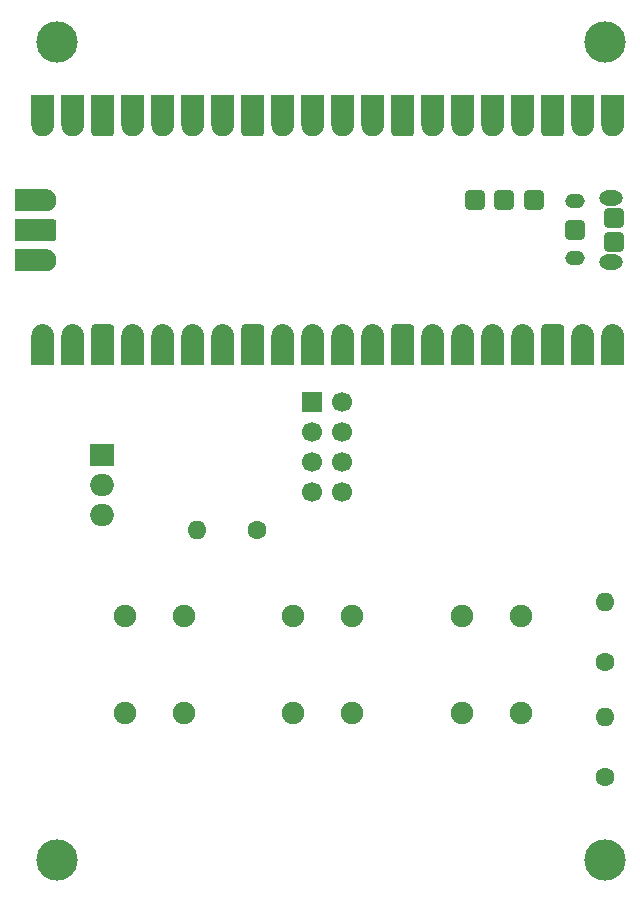
<source format=gbr>
%TF.GenerationSoftware,KiCad,Pcbnew,7.0.9*%
%TF.CreationDate,2024-07-01T11:41:40-07:00*%
%TF.ProjectId,detonator,6465746f-6e61-4746-9f72-2e6b69636164,rev?*%
%TF.SameCoordinates,Original*%
%TF.FileFunction,Soldermask,Top*%
%TF.FilePolarity,Negative*%
%FSLAX46Y46*%
G04 Gerber Fmt 4.6, Leading zero omitted, Abs format (unit mm)*
G04 Created by KiCad (PCBNEW 7.0.9) date 2024-07-01 11:41:40*
%MOMM*%
%LPD*%
G01*
G04 APERTURE LIST*
G04 Aperture macros list*
%AMRoundRect*
0 Rectangle with rounded corners*
0 $1 Rounding radius*
0 $2 $3 $4 $5 $6 $7 $8 $9 X,Y pos of 4 corners*
0 Add a 4 corners polygon primitive as box body*
4,1,4,$2,$3,$4,$5,$6,$7,$8,$9,$2,$3,0*
0 Add four circle primitives for the rounded corners*
1,1,$1+$1,$2,$3*
1,1,$1+$1,$4,$5*
1,1,$1+$1,$6,$7*
1,1,$1+$1,$8,$9*
0 Add four rect primitives between the rounded corners*
20,1,$1+$1,$2,$3,$4,$5,0*
20,1,$1+$1,$4,$5,$6,$7,0*
20,1,$1+$1,$6,$7,$8,$9,0*
20,1,$1+$1,$8,$9,$2,$3,0*%
G04 Aperture macros list end*
%ADD10C,0.010000*%
%ADD11C,1.600000*%
%ADD12O,1.600000X1.600000*%
%ADD13C,3.500000*%
%ADD14RoundRect,0.402000X-0.450000X0.450000X-0.450000X-0.450000X0.450000X-0.450000X0.450000X0.450000X0*%
%ADD15O,1.654000X1.254000*%
%ADD16O,2.004000X1.304000*%
%ADD17C,1.700000*%
%ADD18R,1.700000X1.700000*%
%ADD19C,1.905000*%
%ADD20O,2.000000X1.905000*%
%ADD21R,2.000000X1.905000*%
G04 APERTURE END LIST*
%TO.C,U2*%
D10*
X140331000Y-81017000D02*
X140347000Y-81019000D01*
X140362000Y-81022000D01*
X140378000Y-81025000D01*
X140393000Y-81030000D01*
X140408000Y-81035000D01*
X140422000Y-81041000D01*
X140436000Y-81048000D01*
X140450000Y-81055000D01*
X140463000Y-81063000D01*
X140476000Y-81072000D01*
X140489000Y-81082000D01*
X140501000Y-81092000D01*
X140512000Y-81103000D01*
X140523000Y-81114000D01*
X140533000Y-81126000D01*
X140543000Y-81139000D01*
X140552000Y-81152000D01*
X140560000Y-81165000D01*
X140567000Y-81179000D01*
X140574000Y-81193000D01*
X140580000Y-81207000D01*
X140585000Y-81222000D01*
X140590000Y-81237000D01*
X140593000Y-81253000D01*
X140596000Y-81268000D01*
X140598000Y-81284000D01*
X140600000Y-81299000D01*
X140600000Y-81315000D01*
X140600000Y-84415000D01*
X138800000Y-84415000D01*
X138800000Y-81315000D01*
X138800000Y-81299000D01*
X138802000Y-81284000D01*
X138804000Y-81268000D01*
X138807000Y-81253000D01*
X138810000Y-81237000D01*
X138815000Y-81222000D01*
X138820000Y-81207000D01*
X138826000Y-81193000D01*
X138833000Y-81179000D01*
X138840000Y-81165000D01*
X138848000Y-81152000D01*
X138857000Y-81139000D01*
X138867000Y-81126000D01*
X138877000Y-81114000D01*
X138888000Y-81103000D01*
X138899000Y-81092000D01*
X138911000Y-81082000D01*
X138924000Y-81072000D01*
X138937000Y-81063000D01*
X138950000Y-81055000D01*
X138964000Y-81048000D01*
X138978000Y-81041000D01*
X138992000Y-81035000D01*
X139007000Y-81030000D01*
X139022000Y-81025000D01*
X139038000Y-81022000D01*
X139053000Y-81019000D01*
X139069000Y-81017000D01*
X139084000Y-81015000D01*
X139100000Y-81015000D01*
X140300000Y-81015000D01*
X140316000Y-81015000D01*
X140331000Y-81017000D01*
G36*
X140331000Y-81017000D02*
G01*
X140347000Y-81019000D01*
X140362000Y-81022000D01*
X140378000Y-81025000D01*
X140393000Y-81030000D01*
X140408000Y-81035000D01*
X140422000Y-81041000D01*
X140436000Y-81048000D01*
X140450000Y-81055000D01*
X140463000Y-81063000D01*
X140476000Y-81072000D01*
X140489000Y-81082000D01*
X140501000Y-81092000D01*
X140512000Y-81103000D01*
X140523000Y-81114000D01*
X140533000Y-81126000D01*
X140543000Y-81139000D01*
X140552000Y-81152000D01*
X140560000Y-81165000D01*
X140567000Y-81179000D01*
X140574000Y-81193000D01*
X140580000Y-81207000D01*
X140585000Y-81222000D01*
X140590000Y-81237000D01*
X140593000Y-81253000D01*
X140596000Y-81268000D01*
X140598000Y-81284000D01*
X140600000Y-81299000D01*
X140600000Y-81315000D01*
X140600000Y-84415000D01*
X138800000Y-84415000D01*
X138800000Y-81315000D01*
X138800000Y-81299000D01*
X138802000Y-81284000D01*
X138804000Y-81268000D01*
X138807000Y-81253000D01*
X138810000Y-81237000D01*
X138815000Y-81222000D01*
X138820000Y-81207000D01*
X138826000Y-81193000D01*
X138833000Y-81179000D01*
X138840000Y-81165000D01*
X138848000Y-81152000D01*
X138857000Y-81139000D01*
X138867000Y-81126000D01*
X138877000Y-81114000D01*
X138888000Y-81103000D01*
X138899000Y-81092000D01*
X138911000Y-81082000D01*
X138924000Y-81072000D01*
X138937000Y-81063000D01*
X138950000Y-81055000D01*
X138964000Y-81048000D01*
X138978000Y-81041000D01*
X138992000Y-81035000D01*
X139007000Y-81030000D01*
X139022000Y-81025000D01*
X139038000Y-81022000D01*
X139053000Y-81019000D01*
X139069000Y-81017000D01*
X139084000Y-81015000D01*
X139100000Y-81015000D01*
X140300000Y-81015000D01*
X140316000Y-81015000D01*
X140331000Y-81017000D01*
G37*
X153031000Y-81017000D02*
X153047000Y-81019000D01*
X153062000Y-81022000D01*
X153078000Y-81025000D01*
X153093000Y-81030000D01*
X153108000Y-81035000D01*
X153122000Y-81041000D01*
X153136000Y-81048000D01*
X153150000Y-81055000D01*
X153163000Y-81063000D01*
X153176000Y-81072000D01*
X153189000Y-81082000D01*
X153201000Y-81092000D01*
X153212000Y-81103000D01*
X153223000Y-81114000D01*
X153233000Y-81126000D01*
X153243000Y-81139000D01*
X153252000Y-81152000D01*
X153260000Y-81165000D01*
X153267000Y-81179000D01*
X153274000Y-81193000D01*
X153280000Y-81207000D01*
X153285000Y-81222000D01*
X153290000Y-81237000D01*
X153293000Y-81253000D01*
X153296000Y-81268000D01*
X153298000Y-81284000D01*
X153300000Y-81299000D01*
X153300000Y-81315000D01*
X153300000Y-84415000D01*
X151500000Y-84415000D01*
X151500000Y-81315000D01*
X151500000Y-81299000D01*
X151502000Y-81284000D01*
X151504000Y-81268000D01*
X151507000Y-81253000D01*
X151510000Y-81237000D01*
X151515000Y-81222000D01*
X151520000Y-81207000D01*
X151526000Y-81193000D01*
X151533000Y-81179000D01*
X151540000Y-81165000D01*
X151548000Y-81152000D01*
X151557000Y-81139000D01*
X151567000Y-81126000D01*
X151577000Y-81114000D01*
X151588000Y-81103000D01*
X151599000Y-81092000D01*
X151611000Y-81082000D01*
X151624000Y-81072000D01*
X151637000Y-81063000D01*
X151650000Y-81055000D01*
X151664000Y-81048000D01*
X151678000Y-81041000D01*
X151692000Y-81035000D01*
X151707000Y-81030000D01*
X151722000Y-81025000D01*
X151738000Y-81022000D01*
X151753000Y-81019000D01*
X151769000Y-81017000D01*
X151784000Y-81015000D01*
X151800000Y-81015000D01*
X153000000Y-81015000D01*
X153016000Y-81015000D01*
X153031000Y-81017000D01*
G36*
X153031000Y-81017000D02*
G01*
X153047000Y-81019000D01*
X153062000Y-81022000D01*
X153078000Y-81025000D01*
X153093000Y-81030000D01*
X153108000Y-81035000D01*
X153122000Y-81041000D01*
X153136000Y-81048000D01*
X153150000Y-81055000D01*
X153163000Y-81063000D01*
X153176000Y-81072000D01*
X153189000Y-81082000D01*
X153201000Y-81092000D01*
X153212000Y-81103000D01*
X153223000Y-81114000D01*
X153233000Y-81126000D01*
X153243000Y-81139000D01*
X153252000Y-81152000D01*
X153260000Y-81165000D01*
X153267000Y-81179000D01*
X153274000Y-81193000D01*
X153280000Y-81207000D01*
X153285000Y-81222000D01*
X153290000Y-81237000D01*
X153293000Y-81253000D01*
X153296000Y-81268000D01*
X153298000Y-81284000D01*
X153300000Y-81299000D01*
X153300000Y-81315000D01*
X153300000Y-84415000D01*
X151500000Y-84415000D01*
X151500000Y-81315000D01*
X151500000Y-81299000D01*
X151502000Y-81284000D01*
X151504000Y-81268000D01*
X151507000Y-81253000D01*
X151510000Y-81237000D01*
X151515000Y-81222000D01*
X151520000Y-81207000D01*
X151526000Y-81193000D01*
X151533000Y-81179000D01*
X151540000Y-81165000D01*
X151548000Y-81152000D01*
X151557000Y-81139000D01*
X151567000Y-81126000D01*
X151577000Y-81114000D01*
X151588000Y-81103000D01*
X151599000Y-81092000D01*
X151611000Y-81082000D01*
X151624000Y-81072000D01*
X151637000Y-81063000D01*
X151650000Y-81055000D01*
X151664000Y-81048000D01*
X151678000Y-81041000D01*
X151692000Y-81035000D01*
X151707000Y-81030000D01*
X151722000Y-81025000D01*
X151738000Y-81022000D01*
X151753000Y-81019000D01*
X151769000Y-81017000D01*
X151784000Y-81015000D01*
X151800000Y-81015000D01*
X153000000Y-81015000D01*
X153016000Y-81015000D01*
X153031000Y-81017000D01*
G37*
X165731000Y-81017000D02*
X165747000Y-81019000D01*
X165762000Y-81022000D01*
X165778000Y-81025000D01*
X165793000Y-81030000D01*
X165808000Y-81035000D01*
X165822000Y-81041000D01*
X165836000Y-81048000D01*
X165850000Y-81055000D01*
X165863000Y-81063000D01*
X165876000Y-81072000D01*
X165889000Y-81082000D01*
X165901000Y-81092000D01*
X165912000Y-81103000D01*
X165923000Y-81114000D01*
X165933000Y-81126000D01*
X165943000Y-81139000D01*
X165952000Y-81152000D01*
X165960000Y-81165000D01*
X165967000Y-81179000D01*
X165974000Y-81193000D01*
X165980000Y-81207000D01*
X165985000Y-81222000D01*
X165990000Y-81237000D01*
X165993000Y-81253000D01*
X165996000Y-81268000D01*
X165998000Y-81284000D01*
X166000000Y-81299000D01*
X166000000Y-81315000D01*
X166000000Y-84415000D01*
X164200000Y-84415000D01*
X164200000Y-81315000D01*
X164200000Y-81299000D01*
X164202000Y-81284000D01*
X164204000Y-81268000D01*
X164207000Y-81253000D01*
X164210000Y-81237000D01*
X164215000Y-81222000D01*
X164220000Y-81207000D01*
X164226000Y-81193000D01*
X164233000Y-81179000D01*
X164240000Y-81165000D01*
X164248000Y-81152000D01*
X164257000Y-81139000D01*
X164267000Y-81126000D01*
X164277000Y-81114000D01*
X164288000Y-81103000D01*
X164299000Y-81092000D01*
X164311000Y-81082000D01*
X164324000Y-81072000D01*
X164337000Y-81063000D01*
X164350000Y-81055000D01*
X164364000Y-81048000D01*
X164378000Y-81041000D01*
X164392000Y-81035000D01*
X164407000Y-81030000D01*
X164422000Y-81025000D01*
X164438000Y-81022000D01*
X164453000Y-81019000D01*
X164469000Y-81017000D01*
X164484000Y-81015000D01*
X164500000Y-81015000D01*
X165700000Y-81015000D01*
X165716000Y-81015000D01*
X165731000Y-81017000D01*
G36*
X165731000Y-81017000D02*
G01*
X165747000Y-81019000D01*
X165762000Y-81022000D01*
X165778000Y-81025000D01*
X165793000Y-81030000D01*
X165808000Y-81035000D01*
X165822000Y-81041000D01*
X165836000Y-81048000D01*
X165850000Y-81055000D01*
X165863000Y-81063000D01*
X165876000Y-81072000D01*
X165889000Y-81082000D01*
X165901000Y-81092000D01*
X165912000Y-81103000D01*
X165923000Y-81114000D01*
X165933000Y-81126000D01*
X165943000Y-81139000D01*
X165952000Y-81152000D01*
X165960000Y-81165000D01*
X165967000Y-81179000D01*
X165974000Y-81193000D01*
X165980000Y-81207000D01*
X165985000Y-81222000D01*
X165990000Y-81237000D01*
X165993000Y-81253000D01*
X165996000Y-81268000D01*
X165998000Y-81284000D01*
X166000000Y-81299000D01*
X166000000Y-81315000D01*
X166000000Y-84415000D01*
X164200000Y-84415000D01*
X164200000Y-81315000D01*
X164200000Y-81299000D01*
X164202000Y-81284000D01*
X164204000Y-81268000D01*
X164207000Y-81253000D01*
X164210000Y-81237000D01*
X164215000Y-81222000D01*
X164220000Y-81207000D01*
X164226000Y-81193000D01*
X164233000Y-81179000D01*
X164240000Y-81165000D01*
X164248000Y-81152000D01*
X164257000Y-81139000D01*
X164267000Y-81126000D01*
X164277000Y-81114000D01*
X164288000Y-81103000D01*
X164299000Y-81092000D01*
X164311000Y-81082000D01*
X164324000Y-81072000D01*
X164337000Y-81063000D01*
X164350000Y-81055000D01*
X164364000Y-81048000D01*
X164378000Y-81041000D01*
X164392000Y-81035000D01*
X164407000Y-81030000D01*
X164422000Y-81025000D01*
X164438000Y-81022000D01*
X164453000Y-81019000D01*
X164469000Y-81017000D01*
X164484000Y-81015000D01*
X164500000Y-81015000D01*
X165700000Y-81015000D01*
X165716000Y-81015000D01*
X165731000Y-81017000D01*
G37*
X178431000Y-81017000D02*
X178447000Y-81019000D01*
X178462000Y-81022000D01*
X178478000Y-81025000D01*
X178493000Y-81030000D01*
X178508000Y-81035000D01*
X178522000Y-81041000D01*
X178536000Y-81048000D01*
X178550000Y-81055000D01*
X178563000Y-81063000D01*
X178576000Y-81072000D01*
X178589000Y-81082000D01*
X178601000Y-81092000D01*
X178612000Y-81103000D01*
X178623000Y-81114000D01*
X178633000Y-81126000D01*
X178643000Y-81139000D01*
X178652000Y-81152000D01*
X178660000Y-81165000D01*
X178667000Y-81179000D01*
X178674000Y-81193000D01*
X178680000Y-81207000D01*
X178685000Y-81222000D01*
X178690000Y-81237000D01*
X178693000Y-81253000D01*
X178696000Y-81268000D01*
X178698000Y-81284000D01*
X178700000Y-81299000D01*
X178700000Y-81315000D01*
X178700000Y-84415000D01*
X176900000Y-84415000D01*
X176900000Y-81315000D01*
X176900000Y-81299000D01*
X176902000Y-81284000D01*
X176904000Y-81268000D01*
X176907000Y-81253000D01*
X176910000Y-81237000D01*
X176915000Y-81222000D01*
X176920000Y-81207000D01*
X176926000Y-81193000D01*
X176933000Y-81179000D01*
X176940000Y-81165000D01*
X176948000Y-81152000D01*
X176957000Y-81139000D01*
X176967000Y-81126000D01*
X176977000Y-81114000D01*
X176988000Y-81103000D01*
X176999000Y-81092000D01*
X177011000Y-81082000D01*
X177024000Y-81072000D01*
X177037000Y-81063000D01*
X177050000Y-81055000D01*
X177064000Y-81048000D01*
X177078000Y-81041000D01*
X177092000Y-81035000D01*
X177107000Y-81030000D01*
X177122000Y-81025000D01*
X177138000Y-81022000D01*
X177153000Y-81019000D01*
X177169000Y-81017000D01*
X177184000Y-81015000D01*
X177200000Y-81015000D01*
X178400000Y-81015000D01*
X178416000Y-81015000D01*
X178431000Y-81017000D01*
G36*
X178431000Y-81017000D02*
G01*
X178447000Y-81019000D01*
X178462000Y-81022000D01*
X178478000Y-81025000D01*
X178493000Y-81030000D01*
X178508000Y-81035000D01*
X178522000Y-81041000D01*
X178536000Y-81048000D01*
X178550000Y-81055000D01*
X178563000Y-81063000D01*
X178576000Y-81072000D01*
X178589000Y-81082000D01*
X178601000Y-81092000D01*
X178612000Y-81103000D01*
X178623000Y-81114000D01*
X178633000Y-81126000D01*
X178643000Y-81139000D01*
X178652000Y-81152000D01*
X178660000Y-81165000D01*
X178667000Y-81179000D01*
X178674000Y-81193000D01*
X178680000Y-81207000D01*
X178685000Y-81222000D01*
X178690000Y-81237000D01*
X178693000Y-81253000D01*
X178696000Y-81268000D01*
X178698000Y-81284000D01*
X178700000Y-81299000D01*
X178700000Y-81315000D01*
X178700000Y-84415000D01*
X176900000Y-84415000D01*
X176900000Y-81315000D01*
X176900000Y-81299000D01*
X176902000Y-81284000D01*
X176904000Y-81268000D01*
X176907000Y-81253000D01*
X176910000Y-81237000D01*
X176915000Y-81222000D01*
X176920000Y-81207000D01*
X176926000Y-81193000D01*
X176933000Y-81179000D01*
X176940000Y-81165000D01*
X176948000Y-81152000D01*
X176957000Y-81139000D01*
X176967000Y-81126000D01*
X176977000Y-81114000D01*
X176988000Y-81103000D01*
X176999000Y-81092000D01*
X177011000Y-81082000D01*
X177024000Y-81072000D01*
X177037000Y-81063000D01*
X177050000Y-81055000D01*
X177064000Y-81048000D01*
X177078000Y-81041000D01*
X177092000Y-81035000D01*
X177107000Y-81030000D01*
X177122000Y-81025000D01*
X177138000Y-81022000D01*
X177153000Y-81019000D01*
X177169000Y-81017000D01*
X177184000Y-81015000D01*
X177200000Y-81015000D01*
X178400000Y-81015000D01*
X178416000Y-81015000D01*
X178431000Y-81017000D01*
G37*
X135481000Y-72127000D02*
X135497000Y-72129000D01*
X135512000Y-72132000D01*
X135528000Y-72135000D01*
X135543000Y-72140000D01*
X135558000Y-72145000D01*
X135572000Y-72151000D01*
X135586000Y-72158000D01*
X135600000Y-72165000D01*
X135613000Y-72173000D01*
X135626000Y-72182000D01*
X135639000Y-72192000D01*
X135651000Y-72202000D01*
X135662000Y-72213000D01*
X135673000Y-72224000D01*
X135683000Y-72236000D01*
X135693000Y-72249000D01*
X135702000Y-72262000D01*
X135710000Y-72275000D01*
X135717000Y-72289000D01*
X135724000Y-72303000D01*
X135730000Y-72317000D01*
X135735000Y-72332000D01*
X135740000Y-72347000D01*
X135743000Y-72363000D01*
X135746000Y-72378000D01*
X135748000Y-72394000D01*
X135750000Y-72409000D01*
X135750000Y-72425000D01*
X135750000Y-73625000D01*
X135750000Y-73641000D01*
X135748000Y-73656000D01*
X135746000Y-73672000D01*
X135743000Y-73687000D01*
X135740000Y-73703000D01*
X135735000Y-73718000D01*
X135730000Y-73733000D01*
X135724000Y-73747000D01*
X135717000Y-73761000D01*
X135710000Y-73775000D01*
X135702000Y-73788000D01*
X135693000Y-73801000D01*
X135683000Y-73814000D01*
X135673000Y-73826000D01*
X135662000Y-73837000D01*
X135651000Y-73848000D01*
X135639000Y-73858000D01*
X135626000Y-73868000D01*
X135613000Y-73877000D01*
X135600000Y-73885000D01*
X135586000Y-73892000D01*
X135572000Y-73899000D01*
X135558000Y-73905000D01*
X135543000Y-73910000D01*
X135528000Y-73915000D01*
X135512000Y-73918000D01*
X135497000Y-73921000D01*
X135481000Y-73923000D01*
X135466000Y-73925000D01*
X135450000Y-73925000D01*
X132350000Y-73925000D01*
X132350000Y-72125000D01*
X135450000Y-72125000D01*
X135466000Y-72125000D01*
X135481000Y-72127000D01*
G36*
X135481000Y-72127000D02*
G01*
X135497000Y-72129000D01*
X135512000Y-72132000D01*
X135528000Y-72135000D01*
X135543000Y-72140000D01*
X135558000Y-72145000D01*
X135572000Y-72151000D01*
X135586000Y-72158000D01*
X135600000Y-72165000D01*
X135613000Y-72173000D01*
X135626000Y-72182000D01*
X135639000Y-72192000D01*
X135651000Y-72202000D01*
X135662000Y-72213000D01*
X135673000Y-72224000D01*
X135683000Y-72236000D01*
X135693000Y-72249000D01*
X135702000Y-72262000D01*
X135710000Y-72275000D01*
X135717000Y-72289000D01*
X135724000Y-72303000D01*
X135730000Y-72317000D01*
X135735000Y-72332000D01*
X135740000Y-72347000D01*
X135743000Y-72363000D01*
X135746000Y-72378000D01*
X135748000Y-72394000D01*
X135750000Y-72409000D01*
X135750000Y-72425000D01*
X135750000Y-73625000D01*
X135750000Y-73641000D01*
X135748000Y-73656000D01*
X135746000Y-73672000D01*
X135743000Y-73687000D01*
X135740000Y-73703000D01*
X135735000Y-73718000D01*
X135730000Y-73733000D01*
X135724000Y-73747000D01*
X135717000Y-73761000D01*
X135710000Y-73775000D01*
X135702000Y-73788000D01*
X135693000Y-73801000D01*
X135683000Y-73814000D01*
X135673000Y-73826000D01*
X135662000Y-73837000D01*
X135651000Y-73848000D01*
X135639000Y-73858000D01*
X135626000Y-73868000D01*
X135613000Y-73877000D01*
X135600000Y-73885000D01*
X135586000Y-73892000D01*
X135572000Y-73899000D01*
X135558000Y-73905000D01*
X135543000Y-73910000D01*
X135528000Y-73915000D01*
X135512000Y-73918000D01*
X135497000Y-73921000D01*
X135481000Y-73923000D01*
X135466000Y-73925000D01*
X135450000Y-73925000D01*
X132350000Y-73925000D01*
X132350000Y-72125000D01*
X135450000Y-72125000D01*
X135466000Y-72125000D01*
X135481000Y-72127000D01*
G37*
X140600000Y-64735000D02*
X140600000Y-64751000D01*
X140598000Y-64766000D01*
X140596000Y-64782000D01*
X140593000Y-64797000D01*
X140590000Y-64813000D01*
X140585000Y-64828000D01*
X140580000Y-64843000D01*
X140574000Y-64857000D01*
X140567000Y-64871000D01*
X140560000Y-64885000D01*
X140552000Y-64898000D01*
X140543000Y-64911000D01*
X140533000Y-64924000D01*
X140523000Y-64936000D01*
X140512000Y-64947000D01*
X140501000Y-64958000D01*
X140489000Y-64968000D01*
X140476000Y-64978000D01*
X140463000Y-64987000D01*
X140450000Y-64995000D01*
X140436000Y-65002000D01*
X140422000Y-65009000D01*
X140408000Y-65015000D01*
X140393000Y-65020000D01*
X140378000Y-65025000D01*
X140362000Y-65028000D01*
X140347000Y-65031000D01*
X140331000Y-65033000D01*
X140316000Y-65035000D01*
X140300000Y-65035000D01*
X139100000Y-65035000D01*
X139084000Y-65035000D01*
X139069000Y-65033000D01*
X139053000Y-65031000D01*
X139038000Y-65028000D01*
X139022000Y-65025000D01*
X139007000Y-65020000D01*
X138992000Y-65015000D01*
X138978000Y-65009000D01*
X138964000Y-65002000D01*
X138950000Y-64995000D01*
X138937000Y-64987000D01*
X138924000Y-64978000D01*
X138911000Y-64968000D01*
X138899000Y-64958000D01*
X138888000Y-64947000D01*
X138877000Y-64936000D01*
X138867000Y-64924000D01*
X138857000Y-64911000D01*
X138848000Y-64898000D01*
X138840000Y-64885000D01*
X138833000Y-64871000D01*
X138826000Y-64857000D01*
X138820000Y-64843000D01*
X138815000Y-64828000D01*
X138810000Y-64813000D01*
X138807000Y-64797000D01*
X138804000Y-64782000D01*
X138802000Y-64766000D01*
X138800000Y-64751000D01*
X138800000Y-64735000D01*
X138800000Y-61635000D01*
X140600000Y-61635000D01*
X140600000Y-64735000D01*
G36*
X140600000Y-64735000D02*
G01*
X140600000Y-64751000D01*
X140598000Y-64766000D01*
X140596000Y-64782000D01*
X140593000Y-64797000D01*
X140590000Y-64813000D01*
X140585000Y-64828000D01*
X140580000Y-64843000D01*
X140574000Y-64857000D01*
X140567000Y-64871000D01*
X140560000Y-64885000D01*
X140552000Y-64898000D01*
X140543000Y-64911000D01*
X140533000Y-64924000D01*
X140523000Y-64936000D01*
X140512000Y-64947000D01*
X140501000Y-64958000D01*
X140489000Y-64968000D01*
X140476000Y-64978000D01*
X140463000Y-64987000D01*
X140450000Y-64995000D01*
X140436000Y-65002000D01*
X140422000Y-65009000D01*
X140408000Y-65015000D01*
X140393000Y-65020000D01*
X140378000Y-65025000D01*
X140362000Y-65028000D01*
X140347000Y-65031000D01*
X140331000Y-65033000D01*
X140316000Y-65035000D01*
X140300000Y-65035000D01*
X139100000Y-65035000D01*
X139084000Y-65035000D01*
X139069000Y-65033000D01*
X139053000Y-65031000D01*
X139038000Y-65028000D01*
X139022000Y-65025000D01*
X139007000Y-65020000D01*
X138992000Y-65015000D01*
X138978000Y-65009000D01*
X138964000Y-65002000D01*
X138950000Y-64995000D01*
X138937000Y-64987000D01*
X138924000Y-64978000D01*
X138911000Y-64968000D01*
X138899000Y-64958000D01*
X138888000Y-64947000D01*
X138877000Y-64936000D01*
X138867000Y-64924000D01*
X138857000Y-64911000D01*
X138848000Y-64898000D01*
X138840000Y-64885000D01*
X138833000Y-64871000D01*
X138826000Y-64857000D01*
X138820000Y-64843000D01*
X138815000Y-64828000D01*
X138810000Y-64813000D01*
X138807000Y-64797000D01*
X138804000Y-64782000D01*
X138802000Y-64766000D01*
X138800000Y-64751000D01*
X138800000Y-64735000D01*
X138800000Y-61635000D01*
X140600000Y-61635000D01*
X140600000Y-64735000D01*
G37*
X153300000Y-64735000D02*
X153300000Y-64751000D01*
X153298000Y-64766000D01*
X153296000Y-64782000D01*
X153293000Y-64797000D01*
X153290000Y-64813000D01*
X153285000Y-64828000D01*
X153280000Y-64843000D01*
X153274000Y-64857000D01*
X153267000Y-64871000D01*
X153260000Y-64885000D01*
X153252000Y-64898000D01*
X153243000Y-64911000D01*
X153233000Y-64924000D01*
X153223000Y-64936000D01*
X153212000Y-64947000D01*
X153201000Y-64958000D01*
X153189000Y-64968000D01*
X153176000Y-64978000D01*
X153163000Y-64987000D01*
X153150000Y-64995000D01*
X153136000Y-65002000D01*
X153122000Y-65009000D01*
X153108000Y-65015000D01*
X153093000Y-65020000D01*
X153078000Y-65025000D01*
X153062000Y-65028000D01*
X153047000Y-65031000D01*
X153031000Y-65033000D01*
X153016000Y-65035000D01*
X153000000Y-65035000D01*
X151800000Y-65035000D01*
X151784000Y-65035000D01*
X151769000Y-65033000D01*
X151753000Y-65031000D01*
X151738000Y-65028000D01*
X151722000Y-65025000D01*
X151707000Y-65020000D01*
X151692000Y-65015000D01*
X151678000Y-65009000D01*
X151664000Y-65002000D01*
X151650000Y-64995000D01*
X151637000Y-64987000D01*
X151624000Y-64978000D01*
X151611000Y-64968000D01*
X151599000Y-64958000D01*
X151588000Y-64947000D01*
X151577000Y-64936000D01*
X151567000Y-64924000D01*
X151557000Y-64911000D01*
X151548000Y-64898000D01*
X151540000Y-64885000D01*
X151533000Y-64871000D01*
X151526000Y-64857000D01*
X151520000Y-64843000D01*
X151515000Y-64828000D01*
X151510000Y-64813000D01*
X151507000Y-64797000D01*
X151504000Y-64782000D01*
X151502000Y-64766000D01*
X151500000Y-64751000D01*
X151500000Y-64735000D01*
X151500000Y-61635000D01*
X153300000Y-61635000D01*
X153300000Y-64735000D01*
G36*
X153300000Y-64735000D02*
G01*
X153300000Y-64751000D01*
X153298000Y-64766000D01*
X153296000Y-64782000D01*
X153293000Y-64797000D01*
X153290000Y-64813000D01*
X153285000Y-64828000D01*
X153280000Y-64843000D01*
X153274000Y-64857000D01*
X153267000Y-64871000D01*
X153260000Y-64885000D01*
X153252000Y-64898000D01*
X153243000Y-64911000D01*
X153233000Y-64924000D01*
X153223000Y-64936000D01*
X153212000Y-64947000D01*
X153201000Y-64958000D01*
X153189000Y-64968000D01*
X153176000Y-64978000D01*
X153163000Y-64987000D01*
X153150000Y-64995000D01*
X153136000Y-65002000D01*
X153122000Y-65009000D01*
X153108000Y-65015000D01*
X153093000Y-65020000D01*
X153078000Y-65025000D01*
X153062000Y-65028000D01*
X153047000Y-65031000D01*
X153031000Y-65033000D01*
X153016000Y-65035000D01*
X153000000Y-65035000D01*
X151800000Y-65035000D01*
X151784000Y-65035000D01*
X151769000Y-65033000D01*
X151753000Y-65031000D01*
X151738000Y-65028000D01*
X151722000Y-65025000D01*
X151707000Y-65020000D01*
X151692000Y-65015000D01*
X151678000Y-65009000D01*
X151664000Y-65002000D01*
X151650000Y-64995000D01*
X151637000Y-64987000D01*
X151624000Y-64978000D01*
X151611000Y-64968000D01*
X151599000Y-64958000D01*
X151588000Y-64947000D01*
X151577000Y-64936000D01*
X151567000Y-64924000D01*
X151557000Y-64911000D01*
X151548000Y-64898000D01*
X151540000Y-64885000D01*
X151533000Y-64871000D01*
X151526000Y-64857000D01*
X151520000Y-64843000D01*
X151515000Y-64828000D01*
X151510000Y-64813000D01*
X151507000Y-64797000D01*
X151504000Y-64782000D01*
X151502000Y-64766000D01*
X151500000Y-64751000D01*
X151500000Y-64735000D01*
X151500000Y-61635000D01*
X153300000Y-61635000D01*
X153300000Y-64735000D01*
G37*
X166000000Y-64735000D02*
X166000000Y-64751000D01*
X165998000Y-64766000D01*
X165996000Y-64782000D01*
X165993000Y-64797000D01*
X165990000Y-64813000D01*
X165985000Y-64828000D01*
X165980000Y-64843000D01*
X165974000Y-64857000D01*
X165967000Y-64871000D01*
X165960000Y-64885000D01*
X165952000Y-64898000D01*
X165943000Y-64911000D01*
X165933000Y-64924000D01*
X165923000Y-64936000D01*
X165912000Y-64947000D01*
X165901000Y-64958000D01*
X165889000Y-64968000D01*
X165876000Y-64978000D01*
X165863000Y-64987000D01*
X165850000Y-64995000D01*
X165836000Y-65002000D01*
X165822000Y-65009000D01*
X165808000Y-65015000D01*
X165793000Y-65020000D01*
X165778000Y-65025000D01*
X165762000Y-65028000D01*
X165747000Y-65031000D01*
X165731000Y-65033000D01*
X165716000Y-65035000D01*
X165700000Y-65035000D01*
X164500000Y-65035000D01*
X164484000Y-65035000D01*
X164469000Y-65033000D01*
X164453000Y-65031000D01*
X164438000Y-65028000D01*
X164422000Y-65025000D01*
X164407000Y-65020000D01*
X164392000Y-65015000D01*
X164378000Y-65009000D01*
X164364000Y-65002000D01*
X164350000Y-64995000D01*
X164337000Y-64987000D01*
X164324000Y-64978000D01*
X164311000Y-64968000D01*
X164299000Y-64958000D01*
X164288000Y-64947000D01*
X164277000Y-64936000D01*
X164267000Y-64924000D01*
X164257000Y-64911000D01*
X164248000Y-64898000D01*
X164240000Y-64885000D01*
X164233000Y-64871000D01*
X164226000Y-64857000D01*
X164220000Y-64843000D01*
X164215000Y-64828000D01*
X164210000Y-64813000D01*
X164207000Y-64797000D01*
X164204000Y-64782000D01*
X164202000Y-64766000D01*
X164200000Y-64751000D01*
X164200000Y-64735000D01*
X164200000Y-61635000D01*
X166000000Y-61635000D01*
X166000000Y-64735000D01*
G36*
X166000000Y-64735000D02*
G01*
X166000000Y-64751000D01*
X165998000Y-64766000D01*
X165996000Y-64782000D01*
X165993000Y-64797000D01*
X165990000Y-64813000D01*
X165985000Y-64828000D01*
X165980000Y-64843000D01*
X165974000Y-64857000D01*
X165967000Y-64871000D01*
X165960000Y-64885000D01*
X165952000Y-64898000D01*
X165943000Y-64911000D01*
X165933000Y-64924000D01*
X165923000Y-64936000D01*
X165912000Y-64947000D01*
X165901000Y-64958000D01*
X165889000Y-64968000D01*
X165876000Y-64978000D01*
X165863000Y-64987000D01*
X165850000Y-64995000D01*
X165836000Y-65002000D01*
X165822000Y-65009000D01*
X165808000Y-65015000D01*
X165793000Y-65020000D01*
X165778000Y-65025000D01*
X165762000Y-65028000D01*
X165747000Y-65031000D01*
X165731000Y-65033000D01*
X165716000Y-65035000D01*
X165700000Y-65035000D01*
X164500000Y-65035000D01*
X164484000Y-65035000D01*
X164469000Y-65033000D01*
X164453000Y-65031000D01*
X164438000Y-65028000D01*
X164422000Y-65025000D01*
X164407000Y-65020000D01*
X164392000Y-65015000D01*
X164378000Y-65009000D01*
X164364000Y-65002000D01*
X164350000Y-64995000D01*
X164337000Y-64987000D01*
X164324000Y-64978000D01*
X164311000Y-64968000D01*
X164299000Y-64958000D01*
X164288000Y-64947000D01*
X164277000Y-64936000D01*
X164267000Y-64924000D01*
X164257000Y-64911000D01*
X164248000Y-64898000D01*
X164240000Y-64885000D01*
X164233000Y-64871000D01*
X164226000Y-64857000D01*
X164220000Y-64843000D01*
X164215000Y-64828000D01*
X164210000Y-64813000D01*
X164207000Y-64797000D01*
X164204000Y-64782000D01*
X164202000Y-64766000D01*
X164200000Y-64751000D01*
X164200000Y-64735000D01*
X164200000Y-61635000D01*
X166000000Y-61635000D01*
X166000000Y-64735000D01*
G37*
X178700000Y-64735000D02*
X178700000Y-64751000D01*
X178698000Y-64766000D01*
X178696000Y-64782000D01*
X178693000Y-64797000D01*
X178690000Y-64813000D01*
X178685000Y-64828000D01*
X178680000Y-64843000D01*
X178674000Y-64857000D01*
X178667000Y-64871000D01*
X178660000Y-64885000D01*
X178652000Y-64898000D01*
X178643000Y-64911000D01*
X178633000Y-64924000D01*
X178623000Y-64936000D01*
X178612000Y-64947000D01*
X178601000Y-64958000D01*
X178589000Y-64968000D01*
X178576000Y-64978000D01*
X178563000Y-64987000D01*
X178550000Y-64995000D01*
X178536000Y-65002000D01*
X178522000Y-65009000D01*
X178508000Y-65015000D01*
X178493000Y-65020000D01*
X178478000Y-65025000D01*
X178462000Y-65028000D01*
X178447000Y-65031000D01*
X178431000Y-65033000D01*
X178416000Y-65035000D01*
X178400000Y-65035000D01*
X177200000Y-65035000D01*
X177184000Y-65035000D01*
X177169000Y-65033000D01*
X177153000Y-65031000D01*
X177138000Y-65028000D01*
X177122000Y-65025000D01*
X177107000Y-65020000D01*
X177092000Y-65015000D01*
X177078000Y-65009000D01*
X177064000Y-65002000D01*
X177050000Y-64995000D01*
X177037000Y-64987000D01*
X177024000Y-64978000D01*
X177011000Y-64968000D01*
X176999000Y-64958000D01*
X176988000Y-64947000D01*
X176977000Y-64936000D01*
X176967000Y-64924000D01*
X176957000Y-64911000D01*
X176948000Y-64898000D01*
X176940000Y-64885000D01*
X176933000Y-64871000D01*
X176926000Y-64857000D01*
X176920000Y-64843000D01*
X176915000Y-64828000D01*
X176910000Y-64813000D01*
X176907000Y-64797000D01*
X176904000Y-64782000D01*
X176902000Y-64766000D01*
X176900000Y-64751000D01*
X176900000Y-64735000D01*
X176900000Y-61635000D01*
X178700000Y-61635000D01*
X178700000Y-64735000D01*
G36*
X178700000Y-64735000D02*
G01*
X178700000Y-64751000D01*
X178698000Y-64766000D01*
X178696000Y-64782000D01*
X178693000Y-64797000D01*
X178690000Y-64813000D01*
X178685000Y-64828000D01*
X178680000Y-64843000D01*
X178674000Y-64857000D01*
X178667000Y-64871000D01*
X178660000Y-64885000D01*
X178652000Y-64898000D01*
X178643000Y-64911000D01*
X178633000Y-64924000D01*
X178623000Y-64936000D01*
X178612000Y-64947000D01*
X178601000Y-64958000D01*
X178589000Y-64968000D01*
X178576000Y-64978000D01*
X178563000Y-64987000D01*
X178550000Y-64995000D01*
X178536000Y-65002000D01*
X178522000Y-65009000D01*
X178508000Y-65015000D01*
X178493000Y-65020000D01*
X178478000Y-65025000D01*
X178462000Y-65028000D01*
X178447000Y-65031000D01*
X178431000Y-65033000D01*
X178416000Y-65035000D01*
X178400000Y-65035000D01*
X177200000Y-65035000D01*
X177184000Y-65035000D01*
X177169000Y-65033000D01*
X177153000Y-65031000D01*
X177138000Y-65028000D01*
X177122000Y-65025000D01*
X177107000Y-65020000D01*
X177092000Y-65015000D01*
X177078000Y-65009000D01*
X177064000Y-65002000D01*
X177050000Y-64995000D01*
X177037000Y-64987000D01*
X177024000Y-64978000D01*
X177011000Y-64968000D01*
X176999000Y-64958000D01*
X176988000Y-64947000D01*
X176977000Y-64936000D01*
X176967000Y-64924000D01*
X176957000Y-64911000D01*
X176948000Y-64898000D01*
X176940000Y-64885000D01*
X176933000Y-64871000D01*
X176926000Y-64857000D01*
X176920000Y-64843000D01*
X176915000Y-64828000D01*
X176910000Y-64813000D01*
X176907000Y-64797000D01*
X176904000Y-64782000D01*
X176902000Y-64766000D01*
X176900000Y-64751000D01*
X176900000Y-64735000D01*
X176900000Y-61635000D01*
X178700000Y-61635000D01*
X178700000Y-64735000D01*
G37*
X134667000Y-81016000D02*
X134714000Y-81020000D01*
X134761000Y-81026000D01*
X134807000Y-81035000D01*
X134853000Y-81046000D01*
X134898000Y-81059000D01*
X134943000Y-81075000D01*
X134986000Y-81093000D01*
X135029000Y-81113000D01*
X135070000Y-81136000D01*
X135110000Y-81160000D01*
X135149000Y-81187000D01*
X135186000Y-81216000D01*
X135222000Y-81246000D01*
X135256000Y-81279000D01*
X135289000Y-81313000D01*
X135319000Y-81349000D01*
X135348000Y-81386000D01*
X135375000Y-81425000D01*
X135399000Y-81465000D01*
X135422000Y-81506000D01*
X135442000Y-81549000D01*
X135460000Y-81592000D01*
X135476000Y-81637000D01*
X135489000Y-81682000D01*
X135500000Y-81728000D01*
X135509000Y-81774000D01*
X135515000Y-81821000D01*
X135519000Y-81868000D01*
X135520000Y-81915000D01*
X135520000Y-84415000D01*
X133720000Y-84415000D01*
X133720000Y-81915000D01*
X133721000Y-81868000D01*
X133725000Y-81821000D01*
X133731000Y-81774000D01*
X133740000Y-81728000D01*
X133751000Y-81682000D01*
X133764000Y-81637000D01*
X133780000Y-81592000D01*
X133798000Y-81549000D01*
X133818000Y-81506000D01*
X133841000Y-81465000D01*
X133865000Y-81425000D01*
X133892000Y-81386000D01*
X133921000Y-81349000D01*
X133951000Y-81313000D01*
X133984000Y-81279000D01*
X134018000Y-81246000D01*
X134054000Y-81216000D01*
X134091000Y-81187000D01*
X134130000Y-81160000D01*
X134170000Y-81136000D01*
X134211000Y-81113000D01*
X134254000Y-81093000D01*
X134297000Y-81075000D01*
X134342000Y-81059000D01*
X134387000Y-81046000D01*
X134433000Y-81035000D01*
X134479000Y-81026000D01*
X134526000Y-81020000D01*
X134573000Y-81016000D01*
X134620000Y-81015000D01*
X134667000Y-81016000D01*
G36*
X134667000Y-81016000D02*
G01*
X134714000Y-81020000D01*
X134761000Y-81026000D01*
X134807000Y-81035000D01*
X134853000Y-81046000D01*
X134898000Y-81059000D01*
X134943000Y-81075000D01*
X134986000Y-81093000D01*
X135029000Y-81113000D01*
X135070000Y-81136000D01*
X135110000Y-81160000D01*
X135149000Y-81187000D01*
X135186000Y-81216000D01*
X135222000Y-81246000D01*
X135256000Y-81279000D01*
X135289000Y-81313000D01*
X135319000Y-81349000D01*
X135348000Y-81386000D01*
X135375000Y-81425000D01*
X135399000Y-81465000D01*
X135422000Y-81506000D01*
X135442000Y-81549000D01*
X135460000Y-81592000D01*
X135476000Y-81637000D01*
X135489000Y-81682000D01*
X135500000Y-81728000D01*
X135509000Y-81774000D01*
X135515000Y-81821000D01*
X135519000Y-81868000D01*
X135520000Y-81915000D01*
X135520000Y-84415000D01*
X133720000Y-84415000D01*
X133720000Y-81915000D01*
X133721000Y-81868000D01*
X133725000Y-81821000D01*
X133731000Y-81774000D01*
X133740000Y-81728000D01*
X133751000Y-81682000D01*
X133764000Y-81637000D01*
X133780000Y-81592000D01*
X133798000Y-81549000D01*
X133818000Y-81506000D01*
X133841000Y-81465000D01*
X133865000Y-81425000D01*
X133892000Y-81386000D01*
X133921000Y-81349000D01*
X133951000Y-81313000D01*
X133984000Y-81279000D01*
X134018000Y-81246000D01*
X134054000Y-81216000D01*
X134091000Y-81187000D01*
X134130000Y-81160000D01*
X134170000Y-81136000D01*
X134211000Y-81113000D01*
X134254000Y-81093000D01*
X134297000Y-81075000D01*
X134342000Y-81059000D01*
X134387000Y-81046000D01*
X134433000Y-81035000D01*
X134479000Y-81026000D01*
X134526000Y-81020000D01*
X134573000Y-81016000D01*
X134620000Y-81015000D01*
X134667000Y-81016000D01*
G37*
X137207000Y-81016000D02*
X137254000Y-81020000D01*
X137301000Y-81026000D01*
X137347000Y-81035000D01*
X137393000Y-81046000D01*
X137438000Y-81059000D01*
X137483000Y-81075000D01*
X137526000Y-81093000D01*
X137569000Y-81113000D01*
X137610000Y-81136000D01*
X137650000Y-81160000D01*
X137689000Y-81187000D01*
X137726000Y-81216000D01*
X137762000Y-81246000D01*
X137796000Y-81279000D01*
X137829000Y-81313000D01*
X137859000Y-81349000D01*
X137888000Y-81386000D01*
X137915000Y-81425000D01*
X137939000Y-81465000D01*
X137962000Y-81506000D01*
X137982000Y-81549000D01*
X138000000Y-81592000D01*
X138016000Y-81637000D01*
X138029000Y-81682000D01*
X138040000Y-81728000D01*
X138049000Y-81774000D01*
X138055000Y-81821000D01*
X138059000Y-81868000D01*
X138060000Y-81915000D01*
X138060000Y-84415000D01*
X136260000Y-84415000D01*
X136260000Y-81915000D01*
X136261000Y-81868000D01*
X136265000Y-81821000D01*
X136271000Y-81774000D01*
X136280000Y-81728000D01*
X136291000Y-81682000D01*
X136304000Y-81637000D01*
X136320000Y-81592000D01*
X136338000Y-81549000D01*
X136358000Y-81506000D01*
X136381000Y-81465000D01*
X136405000Y-81425000D01*
X136432000Y-81386000D01*
X136461000Y-81349000D01*
X136491000Y-81313000D01*
X136524000Y-81279000D01*
X136558000Y-81246000D01*
X136594000Y-81216000D01*
X136631000Y-81187000D01*
X136670000Y-81160000D01*
X136710000Y-81136000D01*
X136751000Y-81113000D01*
X136794000Y-81093000D01*
X136837000Y-81075000D01*
X136882000Y-81059000D01*
X136927000Y-81046000D01*
X136973000Y-81035000D01*
X137019000Y-81026000D01*
X137066000Y-81020000D01*
X137113000Y-81016000D01*
X137160000Y-81015000D01*
X137207000Y-81016000D01*
G36*
X137207000Y-81016000D02*
G01*
X137254000Y-81020000D01*
X137301000Y-81026000D01*
X137347000Y-81035000D01*
X137393000Y-81046000D01*
X137438000Y-81059000D01*
X137483000Y-81075000D01*
X137526000Y-81093000D01*
X137569000Y-81113000D01*
X137610000Y-81136000D01*
X137650000Y-81160000D01*
X137689000Y-81187000D01*
X137726000Y-81216000D01*
X137762000Y-81246000D01*
X137796000Y-81279000D01*
X137829000Y-81313000D01*
X137859000Y-81349000D01*
X137888000Y-81386000D01*
X137915000Y-81425000D01*
X137939000Y-81465000D01*
X137962000Y-81506000D01*
X137982000Y-81549000D01*
X138000000Y-81592000D01*
X138016000Y-81637000D01*
X138029000Y-81682000D01*
X138040000Y-81728000D01*
X138049000Y-81774000D01*
X138055000Y-81821000D01*
X138059000Y-81868000D01*
X138060000Y-81915000D01*
X138060000Y-84415000D01*
X136260000Y-84415000D01*
X136260000Y-81915000D01*
X136261000Y-81868000D01*
X136265000Y-81821000D01*
X136271000Y-81774000D01*
X136280000Y-81728000D01*
X136291000Y-81682000D01*
X136304000Y-81637000D01*
X136320000Y-81592000D01*
X136338000Y-81549000D01*
X136358000Y-81506000D01*
X136381000Y-81465000D01*
X136405000Y-81425000D01*
X136432000Y-81386000D01*
X136461000Y-81349000D01*
X136491000Y-81313000D01*
X136524000Y-81279000D01*
X136558000Y-81246000D01*
X136594000Y-81216000D01*
X136631000Y-81187000D01*
X136670000Y-81160000D01*
X136710000Y-81136000D01*
X136751000Y-81113000D01*
X136794000Y-81093000D01*
X136837000Y-81075000D01*
X136882000Y-81059000D01*
X136927000Y-81046000D01*
X136973000Y-81035000D01*
X137019000Y-81026000D01*
X137066000Y-81020000D01*
X137113000Y-81016000D01*
X137160000Y-81015000D01*
X137207000Y-81016000D01*
G37*
X142287000Y-81016000D02*
X142334000Y-81020000D01*
X142381000Y-81026000D01*
X142427000Y-81035000D01*
X142473000Y-81046000D01*
X142518000Y-81059000D01*
X142563000Y-81075000D01*
X142606000Y-81093000D01*
X142649000Y-81113000D01*
X142690000Y-81136000D01*
X142730000Y-81160000D01*
X142769000Y-81187000D01*
X142806000Y-81216000D01*
X142842000Y-81246000D01*
X142876000Y-81279000D01*
X142909000Y-81313000D01*
X142939000Y-81349000D01*
X142968000Y-81386000D01*
X142995000Y-81425000D01*
X143019000Y-81465000D01*
X143042000Y-81506000D01*
X143062000Y-81549000D01*
X143080000Y-81592000D01*
X143096000Y-81637000D01*
X143109000Y-81682000D01*
X143120000Y-81728000D01*
X143129000Y-81774000D01*
X143135000Y-81821000D01*
X143139000Y-81868000D01*
X143140000Y-81915000D01*
X143140000Y-84415000D01*
X141340000Y-84415000D01*
X141340000Y-81915000D01*
X141341000Y-81868000D01*
X141345000Y-81821000D01*
X141351000Y-81774000D01*
X141360000Y-81728000D01*
X141371000Y-81682000D01*
X141384000Y-81637000D01*
X141400000Y-81592000D01*
X141418000Y-81549000D01*
X141438000Y-81506000D01*
X141461000Y-81465000D01*
X141485000Y-81425000D01*
X141512000Y-81386000D01*
X141541000Y-81349000D01*
X141571000Y-81313000D01*
X141604000Y-81279000D01*
X141638000Y-81246000D01*
X141674000Y-81216000D01*
X141711000Y-81187000D01*
X141750000Y-81160000D01*
X141790000Y-81136000D01*
X141831000Y-81113000D01*
X141874000Y-81093000D01*
X141917000Y-81075000D01*
X141962000Y-81059000D01*
X142007000Y-81046000D01*
X142053000Y-81035000D01*
X142099000Y-81026000D01*
X142146000Y-81020000D01*
X142193000Y-81016000D01*
X142240000Y-81015000D01*
X142287000Y-81016000D01*
G36*
X142287000Y-81016000D02*
G01*
X142334000Y-81020000D01*
X142381000Y-81026000D01*
X142427000Y-81035000D01*
X142473000Y-81046000D01*
X142518000Y-81059000D01*
X142563000Y-81075000D01*
X142606000Y-81093000D01*
X142649000Y-81113000D01*
X142690000Y-81136000D01*
X142730000Y-81160000D01*
X142769000Y-81187000D01*
X142806000Y-81216000D01*
X142842000Y-81246000D01*
X142876000Y-81279000D01*
X142909000Y-81313000D01*
X142939000Y-81349000D01*
X142968000Y-81386000D01*
X142995000Y-81425000D01*
X143019000Y-81465000D01*
X143042000Y-81506000D01*
X143062000Y-81549000D01*
X143080000Y-81592000D01*
X143096000Y-81637000D01*
X143109000Y-81682000D01*
X143120000Y-81728000D01*
X143129000Y-81774000D01*
X143135000Y-81821000D01*
X143139000Y-81868000D01*
X143140000Y-81915000D01*
X143140000Y-84415000D01*
X141340000Y-84415000D01*
X141340000Y-81915000D01*
X141341000Y-81868000D01*
X141345000Y-81821000D01*
X141351000Y-81774000D01*
X141360000Y-81728000D01*
X141371000Y-81682000D01*
X141384000Y-81637000D01*
X141400000Y-81592000D01*
X141418000Y-81549000D01*
X141438000Y-81506000D01*
X141461000Y-81465000D01*
X141485000Y-81425000D01*
X141512000Y-81386000D01*
X141541000Y-81349000D01*
X141571000Y-81313000D01*
X141604000Y-81279000D01*
X141638000Y-81246000D01*
X141674000Y-81216000D01*
X141711000Y-81187000D01*
X141750000Y-81160000D01*
X141790000Y-81136000D01*
X141831000Y-81113000D01*
X141874000Y-81093000D01*
X141917000Y-81075000D01*
X141962000Y-81059000D01*
X142007000Y-81046000D01*
X142053000Y-81035000D01*
X142099000Y-81026000D01*
X142146000Y-81020000D01*
X142193000Y-81016000D01*
X142240000Y-81015000D01*
X142287000Y-81016000D01*
G37*
X144827000Y-81016000D02*
X144874000Y-81020000D01*
X144921000Y-81026000D01*
X144967000Y-81035000D01*
X145013000Y-81046000D01*
X145058000Y-81059000D01*
X145103000Y-81075000D01*
X145146000Y-81093000D01*
X145189000Y-81113000D01*
X145230000Y-81136000D01*
X145270000Y-81160000D01*
X145309000Y-81187000D01*
X145346000Y-81216000D01*
X145382000Y-81246000D01*
X145416000Y-81279000D01*
X145449000Y-81313000D01*
X145479000Y-81349000D01*
X145508000Y-81386000D01*
X145535000Y-81425000D01*
X145559000Y-81465000D01*
X145582000Y-81506000D01*
X145602000Y-81549000D01*
X145620000Y-81592000D01*
X145636000Y-81637000D01*
X145649000Y-81682000D01*
X145660000Y-81728000D01*
X145669000Y-81774000D01*
X145675000Y-81821000D01*
X145679000Y-81868000D01*
X145680000Y-81915000D01*
X145680000Y-84415000D01*
X143880000Y-84415000D01*
X143880000Y-81915000D01*
X143881000Y-81868000D01*
X143885000Y-81821000D01*
X143891000Y-81774000D01*
X143900000Y-81728000D01*
X143911000Y-81682000D01*
X143924000Y-81637000D01*
X143940000Y-81592000D01*
X143958000Y-81549000D01*
X143978000Y-81506000D01*
X144001000Y-81465000D01*
X144025000Y-81425000D01*
X144052000Y-81386000D01*
X144081000Y-81349000D01*
X144111000Y-81313000D01*
X144144000Y-81279000D01*
X144178000Y-81246000D01*
X144214000Y-81216000D01*
X144251000Y-81187000D01*
X144290000Y-81160000D01*
X144330000Y-81136000D01*
X144371000Y-81113000D01*
X144414000Y-81093000D01*
X144457000Y-81075000D01*
X144502000Y-81059000D01*
X144547000Y-81046000D01*
X144593000Y-81035000D01*
X144639000Y-81026000D01*
X144686000Y-81020000D01*
X144733000Y-81016000D01*
X144780000Y-81015000D01*
X144827000Y-81016000D01*
G36*
X144827000Y-81016000D02*
G01*
X144874000Y-81020000D01*
X144921000Y-81026000D01*
X144967000Y-81035000D01*
X145013000Y-81046000D01*
X145058000Y-81059000D01*
X145103000Y-81075000D01*
X145146000Y-81093000D01*
X145189000Y-81113000D01*
X145230000Y-81136000D01*
X145270000Y-81160000D01*
X145309000Y-81187000D01*
X145346000Y-81216000D01*
X145382000Y-81246000D01*
X145416000Y-81279000D01*
X145449000Y-81313000D01*
X145479000Y-81349000D01*
X145508000Y-81386000D01*
X145535000Y-81425000D01*
X145559000Y-81465000D01*
X145582000Y-81506000D01*
X145602000Y-81549000D01*
X145620000Y-81592000D01*
X145636000Y-81637000D01*
X145649000Y-81682000D01*
X145660000Y-81728000D01*
X145669000Y-81774000D01*
X145675000Y-81821000D01*
X145679000Y-81868000D01*
X145680000Y-81915000D01*
X145680000Y-84415000D01*
X143880000Y-84415000D01*
X143880000Y-81915000D01*
X143881000Y-81868000D01*
X143885000Y-81821000D01*
X143891000Y-81774000D01*
X143900000Y-81728000D01*
X143911000Y-81682000D01*
X143924000Y-81637000D01*
X143940000Y-81592000D01*
X143958000Y-81549000D01*
X143978000Y-81506000D01*
X144001000Y-81465000D01*
X144025000Y-81425000D01*
X144052000Y-81386000D01*
X144081000Y-81349000D01*
X144111000Y-81313000D01*
X144144000Y-81279000D01*
X144178000Y-81246000D01*
X144214000Y-81216000D01*
X144251000Y-81187000D01*
X144290000Y-81160000D01*
X144330000Y-81136000D01*
X144371000Y-81113000D01*
X144414000Y-81093000D01*
X144457000Y-81075000D01*
X144502000Y-81059000D01*
X144547000Y-81046000D01*
X144593000Y-81035000D01*
X144639000Y-81026000D01*
X144686000Y-81020000D01*
X144733000Y-81016000D01*
X144780000Y-81015000D01*
X144827000Y-81016000D01*
G37*
X147367000Y-81016000D02*
X147414000Y-81020000D01*
X147461000Y-81026000D01*
X147507000Y-81035000D01*
X147553000Y-81046000D01*
X147598000Y-81059000D01*
X147643000Y-81075000D01*
X147686000Y-81093000D01*
X147729000Y-81113000D01*
X147770000Y-81136000D01*
X147810000Y-81160000D01*
X147849000Y-81187000D01*
X147886000Y-81216000D01*
X147922000Y-81246000D01*
X147956000Y-81279000D01*
X147989000Y-81313000D01*
X148019000Y-81349000D01*
X148048000Y-81386000D01*
X148075000Y-81425000D01*
X148099000Y-81465000D01*
X148122000Y-81506000D01*
X148142000Y-81549000D01*
X148160000Y-81592000D01*
X148176000Y-81637000D01*
X148189000Y-81682000D01*
X148200000Y-81728000D01*
X148209000Y-81774000D01*
X148215000Y-81821000D01*
X148219000Y-81868000D01*
X148220000Y-81915000D01*
X148220000Y-84415000D01*
X146420000Y-84415000D01*
X146420000Y-81915000D01*
X146421000Y-81868000D01*
X146425000Y-81821000D01*
X146431000Y-81774000D01*
X146440000Y-81728000D01*
X146451000Y-81682000D01*
X146464000Y-81637000D01*
X146480000Y-81592000D01*
X146498000Y-81549000D01*
X146518000Y-81506000D01*
X146541000Y-81465000D01*
X146565000Y-81425000D01*
X146592000Y-81386000D01*
X146621000Y-81349000D01*
X146651000Y-81313000D01*
X146684000Y-81279000D01*
X146718000Y-81246000D01*
X146754000Y-81216000D01*
X146791000Y-81187000D01*
X146830000Y-81160000D01*
X146870000Y-81136000D01*
X146911000Y-81113000D01*
X146954000Y-81093000D01*
X146997000Y-81075000D01*
X147042000Y-81059000D01*
X147087000Y-81046000D01*
X147133000Y-81035000D01*
X147179000Y-81026000D01*
X147226000Y-81020000D01*
X147273000Y-81016000D01*
X147320000Y-81015000D01*
X147367000Y-81016000D01*
G36*
X147367000Y-81016000D02*
G01*
X147414000Y-81020000D01*
X147461000Y-81026000D01*
X147507000Y-81035000D01*
X147553000Y-81046000D01*
X147598000Y-81059000D01*
X147643000Y-81075000D01*
X147686000Y-81093000D01*
X147729000Y-81113000D01*
X147770000Y-81136000D01*
X147810000Y-81160000D01*
X147849000Y-81187000D01*
X147886000Y-81216000D01*
X147922000Y-81246000D01*
X147956000Y-81279000D01*
X147989000Y-81313000D01*
X148019000Y-81349000D01*
X148048000Y-81386000D01*
X148075000Y-81425000D01*
X148099000Y-81465000D01*
X148122000Y-81506000D01*
X148142000Y-81549000D01*
X148160000Y-81592000D01*
X148176000Y-81637000D01*
X148189000Y-81682000D01*
X148200000Y-81728000D01*
X148209000Y-81774000D01*
X148215000Y-81821000D01*
X148219000Y-81868000D01*
X148220000Y-81915000D01*
X148220000Y-84415000D01*
X146420000Y-84415000D01*
X146420000Y-81915000D01*
X146421000Y-81868000D01*
X146425000Y-81821000D01*
X146431000Y-81774000D01*
X146440000Y-81728000D01*
X146451000Y-81682000D01*
X146464000Y-81637000D01*
X146480000Y-81592000D01*
X146498000Y-81549000D01*
X146518000Y-81506000D01*
X146541000Y-81465000D01*
X146565000Y-81425000D01*
X146592000Y-81386000D01*
X146621000Y-81349000D01*
X146651000Y-81313000D01*
X146684000Y-81279000D01*
X146718000Y-81246000D01*
X146754000Y-81216000D01*
X146791000Y-81187000D01*
X146830000Y-81160000D01*
X146870000Y-81136000D01*
X146911000Y-81113000D01*
X146954000Y-81093000D01*
X146997000Y-81075000D01*
X147042000Y-81059000D01*
X147087000Y-81046000D01*
X147133000Y-81035000D01*
X147179000Y-81026000D01*
X147226000Y-81020000D01*
X147273000Y-81016000D01*
X147320000Y-81015000D01*
X147367000Y-81016000D01*
G37*
X149907000Y-81016000D02*
X149954000Y-81020000D01*
X150001000Y-81026000D01*
X150047000Y-81035000D01*
X150093000Y-81046000D01*
X150138000Y-81059000D01*
X150183000Y-81075000D01*
X150226000Y-81093000D01*
X150269000Y-81113000D01*
X150310000Y-81136000D01*
X150350000Y-81160000D01*
X150389000Y-81187000D01*
X150426000Y-81216000D01*
X150462000Y-81246000D01*
X150496000Y-81279000D01*
X150529000Y-81313000D01*
X150559000Y-81349000D01*
X150588000Y-81386000D01*
X150615000Y-81425000D01*
X150639000Y-81465000D01*
X150662000Y-81506000D01*
X150682000Y-81549000D01*
X150700000Y-81592000D01*
X150716000Y-81637000D01*
X150729000Y-81682000D01*
X150740000Y-81728000D01*
X150749000Y-81774000D01*
X150755000Y-81821000D01*
X150759000Y-81868000D01*
X150760000Y-81915000D01*
X150760000Y-84415000D01*
X148960000Y-84415000D01*
X148960000Y-81915000D01*
X148961000Y-81868000D01*
X148965000Y-81821000D01*
X148971000Y-81774000D01*
X148980000Y-81728000D01*
X148991000Y-81682000D01*
X149004000Y-81637000D01*
X149020000Y-81592000D01*
X149038000Y-81549000D01*
X149058000Y-81506000D01*
X149081000Y-81465000D01*
X149105000Y-81425000D01*
X149132000Y-81386000D01*
X149161000Y-81349000D01*
X149191000Y-81313000D01*
X149224000Y-81279000D01*
X149258000Y-81246000D01*
X149294000Y-81216000D01*
X149331000Y-81187000D01*
X149370000Y-81160000D01*
X149410000Y-81136000D01*
X149451000Y-81113000D01*
X149494000Y-81093000D01*
X149537000Y-81075000D01*
X149582000Y-81059000D01*
X149627000Y-81046000D01*
X149673000Y-81035000D01*
X149719000Y-81026000D01*
X149766000Y-81020000D01*
X149813000Y-81016000D01*
X149860000Y-81015000D01*
X149907000Y-81016000D01*
G36*
X149907000Y-81016000D02*
G01*
X149954000Y-81020000D01*
X150001000Y-81026000D01*
X150047000Y-81035000D01*
X150093000Y-81046000D01*
X150138000Y-81059000D01*
X150183000Y-81075000D01*
X150226000Y-81093000D01*
X150269000Y-81113000D01*
X150310000Y-81136000D01*
X150350000Y-81160000D01*
X150389000Y-81187000D01*
X150426000Y-81216000D01*
X150462000Y-81246000D01*
X150496000Y-81279000D01*
X150529000Y-81313000D01*
X150559000Y-81349000D01*
X150588000Y-81386000D01*
X150615000Y-81425000D01*
X150639000Y-81465000D01*
X150662000Y-81506000D01*
X150682000Y-81549000D01*
X150700000Y-81592000D01*
X150716000Y-81637000D01*
X150729000Y-81682000D01*
X150740000Y-81728000D01*
X150749000Y-81774000D01*
X150755000Y-81821000D01*
X150759000Y-81868000D01*
X150760000Y-81915000D01*
X150760000Y-84415000D01*
X148960000Y-84415000D01*
X148960000Y-81915000D01*
X148961000Y-81868000D01*
X148965000Y-81821000D01*
X148971000Y-81774000D01*
X148980000Y-81728000D01*
X148991000Y-81682000D01*
X149004000Y-81637000D01*
X149020000Y-81592000D01*
X149038000Y-81549000D01*
X149058000Y-81506000D01*
X149081000Y-81465000D01*
X149105000Y-81425000D01*
X149132000Y-81386000D01*
X149161000Y-81349000D01*
X149191000Y-81313000D01*
X149224000Y-81279000D01*
X149258000Y-81246000D01*
X149294000Y-81216000D01*
X149331000Y-81187000D01*
X149370000Y-81160000D01*
X149410000Y-81136000D01*
X149451000Y-81113000D01*
X149494000Y-81093000D01*
X149537000Y-81075000D01*
X149582000Y-81059000D01*
X149627000Y-81046000D01*
X149673000Y-81035000D01*
X149719000Y-81026000D01*
X149766000Y-81020000D01*
X149813000Y-81016000D01*
X149860000Y-81015000D01*
X149907000Y-81016000D01*
G37*
X154987000Y-81016000D02*
X155034000Y-81020000D01*
X155081000Y-81026000D01*
X155127000Y-81035000D01*
X155173000Y-81046000D01*
X155218000Y-81059000D01*
X155263000Y-81075000D01*
X155306000Y-81093000D01*
X155349000Y-81113000D01*
X155390000Y-81136000D01*
X155430000Y-81160000D01*
X155469000Y-81187000D01*
X155506000Y-81216000D01*
X155542000Y-81246000D01*
X155576000Y-81279000D01*
X155609000Y-81313000D01*
X155639000Y-81349000D01*
X155668000Y-81386000D01*
X155695000Y-81425000D01*
X155719000Y-81465000D01*
X155742000Y-81506000D01*
X155762000Y-81549000D01*
X155780000Y-81592000D01*
X155796000Y-81637000D01*
X155809000Y-81682000D01*
X155820000Y-81728000D01*
X155829000Y-81774000D01*
X155835000Y-81821000D01*
X155839000Y-81868000D01*
X155840000Y-81915000D01*
X155840000Y-84415000D01*
X154040000Y-84415000D01*
X154040000Y-81915000D01*
X154041000Y-81868000D01*
X154045000Y-81821000D01*
X154051000Y-81774000D01*
X154060000Y-81728000D01*
X154071000Y-81682000D01*
X154084000Y-81637000D01*
X154100000Y-81592000D01*
X154118000Y-81549000D01*
X154138000Y-81506000D01*
X154161000Y-81465000D01*
X154185000Y-81425000D01*
X154212000Y-81386000D01*
X154241000Y-81349000D01*
X154271000Y-81313000D01*
X154304000Y-81279000D01*
X154338000Y-81246000D01*
X154374000Y-81216000D01*
X154411000Y-81187000D01*
X154450000Y-81160000D01*
X154490000Y-81136000D01*
X154531000Y-81113000D01*
X154574000Y-81093000D01*
X154617000Y-81075000D01*
X154662000Y-81059000D01*
X154707000Y-81046000D01*
X154753000Y-81035000D01*
X154799000Y-81026000D01*
X154846000Y-81020000D01*
X154893000Y-81016000D01*
X154940000Y-81015000D01*
X154987000Y-81016000D01*
G36*
X154987000Y-81016000D02*
G01*
X155034000Y-81020000D01*
X155081000Y-81026000D01*
X155127000Y-81035000D01*
X155173000Y-81046000D01*
X155218000Y-81059000D01*
X155263000Y-81075000D01*
X155306000Y-81093000D01*
X155349000Y-81113000D01*
X155390000Y-81136000D01*
X155430000Y-81160000D01*
X155469000Y-81187000D01*
X155506000Y-81216000D01*
X155542000Y-81246000D01*
X155576000Y-81279000D01*
X155609000Y-81313000D01*
X155639000Y-81349000D01*
X155668000Y-81386000D01*
X155695000Y-81425000D01*
X155719000Y-81465000D01*
X155742000Y-81506000D01*
X155762000Y-81549000D01*
X155780000Y-81592000D01*
X155796000Y-81637000D01*
X155809000Y-81682000D01*
X155820000Y-81728000D01*
X155829000Y-81774000D01*
X155835000Y-81821000D01*
X155839000Y-81868000D01*
X155840000Y-81915000D01*
X155840000Y-84415000D01*
X154040000Y-84415000D01*
X154040000Y-81915000D01*
X154041000Y-81868000D01*
X154045000Y-81821000D01*
X154051000Y-81774000D01*
X154060000Y-81728000D01*
X154071000Y-81682000D01*
X154084000Y-81637000D01*
X154100000Y-81592000D01*
X154118000Y-81549000D01*
X154138000Y-81506000D01*
X154161000Y-81465000D01*
X154185000Y-81425000D01*
X154212000Y-81386000D01*
X154241000Y-81349000D01*
X154271000Y-81313000D01*
X154304000Y-81279000D01*
X154338000Y-81246000D01*
X154374000Y-81216000D01*
X154411000Y-81187000D01*
X154450000Y-81160000D01*
X154490000Y-81136000D01*
X154531000Y-81113000D01*
X154574000Y-81093000D01*
X154617000Y-81075000D01*
X154662000Y-81059000D01*
X154707000Y-81046000D01*
X154753000Y-81035000D01*
X154799000Y-81026000D01*
X154846000Y-81020000D01*
X154893000Y-81016000D01*
X154940000Y-81015000D01*
X154987000Y-81016000D01*
G37*
X157527000Y-81016000D02*
X157574000Y-81020000D01*
X157621000Y-81026000D01*
X157667000Y-81035000D01*
X157713000Y-81046000D01*
X157758000Y-81059000D01*
X157803000Y-81075000D01*
X157846000Y-81093000D01*
X157889000Y-81113000D01*
X157930000Y-81136000D01*
X157970000Y-81160000D01*
X158009000Y-81187000D01*
X158046000Y-81216000D01*
X158082000Y-81246000D01*
X158116000Y-81279000D01*
X158149000Y-81313000D01*
X158179000Y-81349000D01*
X158208000Y-81386000D01*
X158235000Y-81425000D01*
X158259000Y-81465000D01*
X158282000Y-81506000D01*
X158302000Y-81549000D01*
X158320000Y-81592000D01*
X158336000Y-81637000D01*
X158349000Y-81682000D01*
X158360000Y-81728000D01*
X158369000Y-81774000D01*
X158375000Y-81821000D01*
X158379000Y-81868000D01*
X158380000Y-81915000D01*
X158380000Y-84415000D01*
X156580000Y-84415000D01*
X156580000Y-81915000D01*
X156581000Y-81868000D01*
X156585000Y-81821000D01*
X156591000Y-81774000D01*
X156600000Y-81728000D01*
X156611000Y-81682000D01*
X156624000Y-81637000D01*
X156640000Y-81592000D01*
X156658000Y-81549000D01*
X156678000Y-81506000D01*
X156701000Y-81465000D01*
X156725000Y-81425000D01*
X156752000Y-81386000D01*
X156781000Y-81349000D01*
X156811000Y-81313000D01*
X156844000Y-81279000D01*
X156878000Y-81246000D01*
X156914000Y-81216000D01*
X156951000Y-81187000D01*
X156990000Y-81160000D01*
X157030000Y-81136000D01*
X157071000Y-81113000D01*
X157114000Y-81093000D01*
X157157000Y-81075000D01*
X157202000Y-81059000D01*
X157247000Y-81046000D01*
X157293000Y-81035000D01*
X157339000Y-81026000D01*
X157386000Y-81020000D01*
X157433000Y-81016000D01*
X157480000Y-81015000D01*
X157527000Y-81016000D01*
G36*
X157527000Y-81016000D02*
G01*
X157574000Y-81020000D01*
X157621000Y-81026000D01*
X157667000Y-81035000D01*
X157713000Y-81046000D01*
X157758000Y-81059000D01*
X157803000Y-81075000D01*
X157846000Y-81093000D01*
X157889000Y-81113000D01*
X157930000Y-81136000D01*
X157970000Y-81160000D01*
X158009000Y-81187000D01*
X158046000Y-81216000D01*
X158082000Y-81246000D01*
X158116000Y-81279000D01*
X158149000Y-81313000D01*
X158179000Y-81349000D01*
X158208000Y-81386000D01*
X158235000Y-81425000D01*
X158259000Y-81465000D01*
X158282000Y-81506000D01*
X158302000Y-81549000D01*
X158320000Y-81592000D01*
X158336000Y-81637000D01*
X158349000Y-81682000D01*
X158360000Y-81728000D01*
X158369000Y-81774000D01*
X158375000Y-81821000D01*
X158379000Y-81868000D01*
X158380000Y-81915000D01*
X158380000Y-84415000D01*
X156580000Y-84415000D01*
X156580000Y-81915000D01*
X156581000Y-81868000D01*
X156585000Y-81821000D01*
X156591000Y-81774000D01*
X156600000Y-81728000D01*
X156611000Y-81682000D01*
X156624000Y-81637000D01*
X156640000Y-81592000D01*
X156658000Y-81549000D01*
X156678000Y-81506000D01*
X156701000Y-81465000D01*
X156725000Y-81425000D01*
X156752000Y-81386000D01*
X156781000Y-81349000D01*
X156811000Y-81313000D01*
X156844000Y-81279000D01*
X156878000Y-81246000D01*
X156914000Y-81216000D01*
X156951000Y-81187000D01*
X156990000Y-81160000D01*
X157030000Y-81136000D01*
X157071000Y-81113000D01*
X157114000Y-81093000D01*
X157157000Y-81075000D01*
X157202000Y-81059000D01*
X157247000Y-81046000D01*
X157293000Y-81035000D01*
X157339000Y-81026000D01*
X157386000Y-81020000D01*
X157433000Y-81016000D01*
X157480000Y-81015000D01*
X157527000Y-81016000D01*
G37*
X160067000Y-81016000D02*
X160114000Y-81020000D01*
X160161000Y-81026000D01*
X160207000Y-81035000D01*
X160253000Y-81046000D01*
X160298000Y-81059000D01*
X160343000Y-81075000D01*
X160386000Y-81093000D01*
X160429000Y-81113000D01*
X160470000Y-81136000D01*
X160510000Y-81160000D01*
X160549000Y-81187000D01*
X160586000Y-81216000D01*
X160622000Y-81246000D01*
X160656000Y-81279000D01*
X160689000Y-81313000D01*
X160719000Y-81349000D01*
X160748000Y-81386000D01*
X160775000Y-81425000D01*
X160799000Y-81465000D01*
X160822000Y-81506000D01*
X160842000Y-81549000D01*
X160860000Y-81592000D01*
X160876000Y-81637000D01*
X160889000Y-81682000D01*
X160900000Y-81728000D01*
X160909000Y-81774000D01*
X160915000Y-81821000D01*
X160919000Y-81868000D01*
X160920000Y-81915000D01*
X160920000Y-84415000D01*
X159120000Y-84415000D01*
X159120000Y-81915000D01*
X159121000Y-81868000D01*
X159125000Y-81821000D01*
X159131000Y-81774000D01*
X159140000Y-81728000D01*
X159151000Y-81682000D01*
X159164000Y-81637000D01*
X159180000Y-81592000D01*
X159198000Y-81549000D01*
X159218000Y-81506000D01*
X159241000Y-81465000D01*
X159265000Y-81425000D01*
X159292000Y-81386000D01*
X159321000Y-81349000D01*
X159351000Y-81313000D01*
X159384000Y-81279000D01*
X159418000Y-81246000D01*
X159454000Y-81216000D01*
X159491000Y-81187000D01*
X159530000Y-81160000D01*
X159570000Y-81136000D01*
X159611000Y-81113000D01*
X159654000Y-81093000D01*
X159697000Y-81075000D01*
X159742000Y-81059000D01*
X159787000Y-81046000D01*
X159833000Y-81035000D01*
X159879000Y-81026000D01*
X159926000Y-81020000D01*
X159973000Y-81016000D01*
X160020000Y-81015000D01*
X160067000Y-81016000D01*
G36*
X160067000Y-81016000D02*
G01*
X160114000Y-81020000D01*
X160161000Y-81026000D01*
X160207000Y-81035000D01*
X160253000Y-81046000D01*
X160298000Y-81059000D01*
X160343000Y-81075000D01*
X160386000Y-81093000D01*
X160429000Y-81113000D01*
X160470000Y-81136000D01*
X160510000Y-81160000D01*
X160549000Y-81187000D01*
X160586000Y-81216000D01*
X160622000Y-81246000D01*
X160656000Y-81279000D01*
X160689000Y-81313000D01*
X160719000Y-81349000D01*
X160748000Y-81386000D01*
X160775000Y-81425000D01*
X160799000Y-81465000D01*
X160822000Y-81506000D01*
X160842000Y-81549000D01*
X160860000Y-81592000D01*
X160876000Y-81637000D01*
X160889000Y-81682000D01*
X160900000Y-81728000D01*
X160909000Y-81774000D01*
X160915000Y-81821000D01*
X160919000Y-81868000D01*
X160920000Y-81915000D01*
X160920000Y-84415000D01*
X159120000Y-84415000D01*
X159120000Y-81915000D01*
X159121000Y-81868000D01*
X159125000Y-81821000D01*
X159131000Y-81774000D01*
X159140000Y-81728000D01*
X159151000Y-81682000D01*
X159164000Y-81637000D01*
X159180000Y-81592000D01*
X159198000Y-81549000D01*
X159218000Y-81506000D01*
X159241000Y-81465000D01*
X159265000Y-81425000D01*
X159292000Y-81386000D01*
X159321000Y-81349000D01*
X159351000Y-81313000D01*
X159384000Y-81279000D01*
X159418000Y-81246000D01*
X159454000Y-81216000D01*
X159491000Y-81187000D01*
X159530000Y-81160000D01*
X159570000Y-81136000D01*
X159611000Y-81113000D01*
X159654000Y-81093000D01*
X159697000Y-81075000D01*
X159742000Y-81059000D01*
X159787000Y-81046000D01*
X159833000Y-81035000D01*
X159879000Y-81026000D01*
X159926000Y-81020000D01*
X159973000Y-81016000D01*
X160020000Y-81015000D01*
X160067000Y-81016000D01*
G37*
X162607000Y-81016000D02*
X162654000Y-81020000D01*
X162701000Y-81026000D01*
X162747000Y-81035000D01*
X162793000Y-81046000D01*
X162838000Y-81059000D01*
X162883000Y-81075000D01*
X162926000Y-81093000D01*
X162969000Y-81113000D01*
X163010000Y-81136000D01*
X163050000Y-81160000D01*
X163089000Y-81187000D01*
X163126000Y-81216000D01*
X163162000Y-81246000D01*
X163196000Y-81279000D01*
X163229000Y-81313000D01*
X163259000Y-81349000D01*
X163288000Y-81386000D01*
X163315000Y-81425000D01*
X163339000Y-81465000D01*
X163362000Y-81506000D01*
X163382000Y-81549000D01*
X163400000Y-81592000D01*
X163416000Y-81637000D01*
X163429000Y-81682000D01*
X163440000Y-81728000D01*
X163449000Y-81774000D01*
X163455000Y-81821000D01*
X163459000Y-81868000D01*
X163460000Y-81915000D01*
X163460000Y-84415000D01*
X161660000Y-84415000D01*
X161660000Y-81915000D01*
X161661000Y-81868000D01*
X161665000Y-81821000D01*
X161671000Y-81774000D01*
X161680000Y-81728000D01*
X161691000Y-81682000D01*
X161704000Y-81637000D01*
X161720000Y-81592000D01*
X161738000Y-81549000D01*
X161758000Y-81506000D01*
X161781000Y-81465000D01*
X161805000Y-81425000D01*
X161832000Y-81386000D01*
X161861000Y-81349000D01*
X161891000Y-81313000D01*
X161924000Y-81279000D01*
X161958000Y-81246000D01*
X161994000Y-81216000D01*
X162031000Y-81187000D01*
X162070000Y-81160000D01*
X162110000Y-81136000D01*
X162151000Y-81113000D01*
X162194000Y-81093000D01*
X162237000Y-81075000D01*
X162282000Y-81059000D01*
X162327000Y-81046000D01*
X162373000Y-81035000D01*
X162419000Y-81026000D01*
X162466000Y-81020000D01*
X162513000Y-81016000D01*
X162560000Y-81015000D01*
X162607000Y-81016000D01*
G36*
X162607000Y-81016000D02*
G01*
X162654000Y-81020000D01*
X162701000Y-81026000D01*
X162747000Y-81035000D01*
X162793000Y-81046000D01*
X162838000Y-81059000D01*
X162883000Y-81075000D01*
X162926000Y-81093000D01*
X162969000Y-81113000D01*
X163010000Y-81136000D01*
X163050000Y-81160000D01*
X163089000Y-81187000D01*
X163126000Y-81216000D01*
X163162000Y-81246000D01*
X163196000Y-81279000D01*
X163229000Y-81313000D01*
X163259000Y-81349000D01*
X163288000Y-81386000D01*
X163315000Y-81425000D01*
X163339000Y-81465000D01*
X163362000Y-81506000D01*
X163382000Y-81549000D01*
X163400000Y-81592000D01*
X163416000Y-81637000D01*
X163429000Y-81682000D01*
X163440000Y-81728000D01*
X163449000Y-81774000D01*
X163455000Y-81821000D01*
X163459000Y-81868000D01*
X163460000Y-81915000D01*
X163460000Y-84415000D01*
X161660000Y-84415000D01*
X161660000Y-81915000D01*
X161661000Y-81868000D01*
X161665000Y-81821000D01*
X161671000Y-81774000D01*
X161680000Y-81728000D01*
X161691000Y-81682000D01*
X161704000Y-81637000D01*
X161720000Y-81592000D01*
X161738000Y-81549000D01*
X161758000Y-81506000D01*
X161781000Y-81465000D01*
X161805000Y-81425000D01*
X161832000Y-81386000D01*
X161861000Y-81349000D01*
X161891000Y-81313000D01*
X161924000Y-81279000D01*
X161958000Y-81246000D01*
X161994000Y-81216000D01*
X162031000Y-81187000D01*
X162070000Y-81160000D01*
X162110000Y-81136000D01*
X162151000Y-81113000D01*
X162194000Y-81093000D01*
X162237000Y-81075000D01*
X162282000Y-81059000D01*
X162327000Y-81046000D01*
X162373000Y-81035000D01*
X162419000Y-81026000D01*
X162466000Y-81020000D01*
X162513000Y-81016000D01*
X162560000Y-81015000D01*
X162607000Y-81016000D01*
G37*
X167687000Y-81016000D02*
X167734000Y-81020000D01*
X167781000Y-81026000D01*
X167827000Y-81035000D01*
X167873000Y-81046000D01*
X167918000Y-81059000D01*
X167963000Y-81075000D01*
X168006000Y-81093000D01*
X168049000Y-81113000D01*
X168090000Y-81136000D01*
X168130000Y-81160000D01*
X168169000Y-81187000D01*
X168206000Y-81216000D01*
X168242000Y-81246000D01*
X168276000Y-81279000D01*
X168309000Y-81313000D01*
X168339000Y-81349000D01*
X168368000Y-81386000D01*
X168395000Y-81425000D01*
X168419000Y-81465000D01*
X168442000Y-81506000D01*
X168462000Y-81549000D01*
X168480000Y-81592000D01*
X168496000Y-81637000D01*
X168509000Y-81682000D01*
X168520000Y-81728000D01*
X168529000Y-81774000D01*
X168535000Y-81821000D01*
X168539000Y-81868000D01*
X168540000Y-81915000D01*
X168540000Y-84415000D01*
X166740000Y-84415000D01*
X166740000Y-81915000D01*
X166741000Y-81868000D01*
X166745000Y-81821000D01*
X166751000Y-81774000D01*
X166760000Y-81728000D01*
X166771000Y-81682000D01*
X166784000Y-81637000D01*
X166800000Y-81592000D01*
X166818000Y-81549000D01*
X166838000Y-81506000D01*
X166861000Y-81465000D01*
X166885000Y-81425000D01*
X166912000Y-81386000D01*
X166941000Y-81349000D01*
X166971000Y-81313000D01*
X167004000Y-81279000D01*
X167038000Y-81246000D01*
X167074000Y-81216000D01*
X167111000Y-81187000D01*
X167150000Y-81160000D01*
X167190000Y-81136000D01*
X167231000Y-81113000D01*
X167274000Y-81093000D01*
X167317000Y-81075000D01*
X167362000Y-81059000D01*
X167407000Y-81046000D01*
X167453000Y-81035000D01*
X167499000Y-81026000D01*
X167546000Y-81020000D01*
X167593000Y-81016000D01*
X167640000Y-81015000D01*
X167687000Y-81016000D01*
G36*
X167687000Y-81016000D02*
G01*
X167734000Y-81020000D01*
X167781000Y-81026000D01*
X167827000Y-81035000D01*
X167873000Y-81046000D01*
X167918000Y-81059000D01*
X167963000Y-81075000D01*
X168006000Y-81093000D01*
X168049000Y-81113000D01*
X168090000Y-81136000D01*
X168130000Y-81160000D01*
X168169000Y-81187000D01*
X168206000Y-81216000D01*
X168242000Y-81246000D01*
X168276000Y-81279000D01*
X168309000Y-81313000D01*
X168339000Y-81349000D01*
X168368000Y-81386000D01*
X168395000Y-81425000D01*
X168419000Y-81465000D01*
X168442000Y-81506000D01*
X168462000Y-81549000D01*
X168480000Y-81592000D01*
X168496000Y-81637000D01*
X168509000Y-81682000D01*
X168520000Y-81728000D01*
X168529000Y-81774000D01*
X168535000Y-81821000D01*
X168539000Y-81868000D01*
X168540000Y-81915000D01*
X168540000Y-84415000D01*
X166740000Y-84415000D01*
X166740000Y-81915000D01*
X166741000Y-81868000D01*
X166745000Y-81821000D01*
X166751000Y-81774000D01*
X166760000Y-81728000D01*
X166771000Y-81682000D01*
X166784000Y-81637000D01*
X166800000Y-81592000D01*
X166818000Y-81549000D01*
X166838000Y-81506000D01*
X166861000Y-81465000D01*
X166885000Y-81425000D01*
X166912000Y-81386000D01*
X166941000Y-81349000D01*
X166971000Y-81313000D01*
X167004000Y-81279000D01*
X167038000Y-81246000D01*
X167074000Y-81216000D01*
X167111000Y-81187000D01*
X167150000Y-81160000D01*
X167190000Y-81136000D01*
X167231000Y-81113000D01*
X167274000Y-81093000D01*
X167317000Y-81075000D01*
X167362000Y-81059000D01*
X167407000Y-81046000D01*
X167453000Y-81035000D01*
X167499000Y-81026000D01*
X167546000Y-81020000D01*
X167593000Y-81016000D01*
X167640000Y-81015000D01*
X167687000Y-81016000D01*
G37*
X170227000Y-81016000D02*
X170274000Y-81020000D01*
X170321000Y-81026000D01*
X170367000Y-81035000D01*
X170413000Y-81046000D01*
X170458000Y-81059000D01*
X170503000Y-81075000D01*
X170546000Y-81093000D01*
X170589000Y-81113000D01*
X170630000Y-81136000D01*
X170670000Y-81160000D01*
X170709000Y-81187000D01*
X170746000Y-81216000D01*
X170782000Y-81246000D01*
X170816000Y-81279000D01*
X170849000Y-81313000D01*
X170879000Y-81349000D01*
X170908000Y-81386000D01*
X170935000Y-81425000D01*
X170959000Y-81465000D01*
X170982000Y-81506000D01*
X171002000Y-81549000D01*
X171020000Y-81592000D01*
X171036000Y-81637000D01*
X171049000Y-81682000D01*
X171060000Y-81728000D01*
X171069000Y-81774000D01*
X171075000Y-81821000D01*
X171079000Y-81868000D01*
X171080000Y-81915000D01*
X171080000Y-84415000D01*
X169280000Y-84415000D01*
X169280000Y-81915000D01*
X169281000Y-81868000D01*
X169285000Y-81821000D01*
X169291000Y-81774000D01*
X169300000Y-81728000D01*
X169311000Y-81682000D01*
X169324000Y-81637000D01*
X169340000Y-81592000D01*
X169358000Y-81549000D01*
X169378000Y-81506000D01*
X169401000Y-81465000D01*
X169425000Y-81425000D01*
X169452000Y-81386000D01*
X169481000Y-81349000D01*
X169511000Y-81313000D01*
X169544000Y-81279000D01*
X169578000Y-81246000D01*
X169614000Y-81216000D01*
X169651000Y-81187000D01*
X169690000Y-81160000D01*
X169730000Y-81136000D01*
X169771000Y-81113000D01*
X169814000Y-81093000D01*
X169857000Y-81075000D01*
X169902000Y-81059000D01*
X169947000Y-81046000D01*
X169993000Y-81035000D01*
X170039000Y-81026000D01*
X170086000Y-81020000D01*
X170133000Y-81016000D01*
X170180000Y-81015000D01*
X170227000Y-81016000D01*
G36*
X170227000Y-81016000D02*
G01*
X170274000Y-81020000D01*
X170321000Y-81026000D01*
X170367000Y-81035000D01*
X170413000Y-81046000D01*
X170458000Y-81059000D01*
X170503000Y-81075000D01*
X170546000Y-81093000D01*
X170589000Y-81113000D01*
X170630000Y-81136000D01*
X170670000Y-81160000D01*
X170709000Y-81187000D01*
X170746000Y-81216000D01*
X170782000Y-81246000D01*
X170816000Y-81279000D01*
X170849000Y-81313000D01*
X170879000Y-81349000D01*
X170908000Y-81386000D01*
X170935000Y-81425000D01*
X170959000Y-81465000D01*
X170982000Y-81506000D01*
X171002000Y-81549000D01*
X171020000Y-81592000D01*
X171036000Y-81637000D01*
X171049000Y-81682000D01*
X171060000Y-81728000D01*
X171069000Y-81774000D01*
X171075000Y-81821000D01*
X171079000Y-81868000D01*
X171080000Y-81915000D01*
X171080000Y-84415000D01*
X169280000Y-84415000D01*
X169280000Y-81915000D01*
X169281000Y-81868000D01*
X169285000Y-81821000D01*
X169291000Y-81774000D01*
X169300000Y-81728000D01*
X169311000Y-81682000D01*
X169324000Y-81637000D01*
X169340000Y-81592000D01*
X169358000Y-81549000D01*
X169378000Y-81506000D01*
X169401000Y-81465000D01*
X169425000Y-81425000D01*
X169452000Y-81386000D01*
X169481000Y-81349000D01*
X169511000Y-81313000D01*
X169544000Y-81279000D01*
X169578000Y-81246000D01*
X169614000Y-81216000D01*
X169651000Y-81187000D01*
X169690000Y-81160000D01*
X169730000Y-81136000D01*
X169771000Y-81113000D01*
X169814000Y-81093000D01*
X169857000Y-81075000D01*
X169902000Y-81059000D01*
X169947000Y-81046000D01*
X169993000Y-81035000D01*
X170039000Y-81026000D01*
X170086000Y-81020000D01*
X170133000Y-81016000D01*
X170180000Y-81015000D01*
X170227000Y-81016000D01*
G37*
X172767000Y-81016000D02*
X172814000Y-81020000D01*
X172861000Y-81026000D01*
X172907000Y-81035000D01*
X172953000Y-81046000D01*
X172998000Y-81059000D01*
X173043000Y-81075000D01*
X173086000Y-81093000D01*
X173129000Y-81113000D01*
X173170000Y-81136000D01*
X173210000Y-81160000D01*
X173249000Y-81187000D01*
X173286000Y-81216000D01*
X173322000Y-81246000D01*
X173356000Y-81279000D01*
X173389000Y-81313000D01*
X173419000Y-81349000D01*
X173448000Y-81386000D01*
X173475000Y-81425000D01*
X173499000Y-81465000D01*
X173522000Y-81506000D01*
X173542000Y-81549000D01*
X173560000Y-81592000D01*
X173576000Y-81637000D01*
X173589000Y-81682000D01*
X173600000Y-81728000D01*
X173609000Y-81774000D01*
X173615000Y-81821000D01*
X173619000Y-81868000D01*
X173620000Y-81915000D01*
X173620000Y-84415000D01*
X171820000Y-84415000D01*
X171820000Y-81915000D01*
X171821000Y-81868000D01*
X171825000Y-81821000D01*
X171831000Y-81774000D01*
X171840000Y-81728000D01*
X171851000Y-81682000D01*
X171864000Y-81637000D01*
X171880000Y-81592000D01*
X171898000Y-81549000D01*
X171918000Y-81506000D01*
X171941000Y-81465000D01*
X171965000Y-81425000D01*
X171992000Y-81386000D01*
X172021000Y-81349000D01*
X172051000Y-81313000D01*
X172084000Y-81279000D01*
X172118000Y-81246000D01*
X172154000Y-81216000D01*
X172191000Y-81187000D01*
X172230000Y-81160000D01*
X172270000Y-81136000D01*
X172311000Y-81113000D01*
X172354000Y-81093000D01*
X172397000Y-81075000D01*
X172442000Y-81059000D01*
X172487000Y-81046000D01*
X172533000Y-81035000D01*
X172579000Y-81026000D01*
X172626000Y-81020000D01*
X172673000Y-81016000D01*
X172720000Y-81015000D01*
X172767000Y-81016000D01*
G36*
X172767000Y-81016000D02*
G01*
X172814000Y-81020000D01*
X172861000Y-81026000D01*
X172907000Y-81035000D01*
X172953000Y-81046000D01*
X172998000Y-81059000D01*
X173043000Y-81075000D01*
X173086000Y-81093000D01*
X173129000Y-81113000D01*
X173170000Y-81136000D01*
X173210000Y-81160000D01*
X173249000Y-81187000D01*
X173286000Y-81216000D01*
X173322000Y-81246000D01*
X173356000Y-81279000D01*
X173389000Y-81313000D01*
X173419000Y-81349000D01*
X173448000Y-81386000D01*
X173475000Y-81425000D01*
X173499000Y-81465000D01*
X173522000Y-81506000D01*
X173542000Y-81549000D01*
X173560000Y-81592000D01*
X173576000Y-81637000D01*
X173589000Y-81682000D01*
X173600000Y-81728000D01*
X173609000Y-81774000D01*
X173615000Y-81821000D01*
X173619000Y-81868000D01*
X173620000Y-81915000D01*
X173620000Y-84415000D01*
X171820000Y-84415000D01*
X171820000Y-81915000D01*
X171821000Y-81868000D01*
X171825000Y-81821000D01*
X171831000Y-81774000D01*
X171840000Y-81728000D01*
X171851000Y-81682000D01*
X171864000Y-81637000D01*
X171880000Y-81592000D01*
X171898000Y-81549000D01*
X171918000Y-81506000D01*
X171941000Y-81465000D01*
X171965000Y-81425000D01*
X171992000Y-81386000D01*
X172021000Y-81349000D01*
X172051000Y-81313000D01*
X172084000Y-81279000D01*
X172118000Y-81246000D01*
X172154000Y-81216000D01*
X172191000Y-81187000D01*
X172230000Y-81160000D01*
X172270000Y-81136000D01*
X172311000Y-81113000D01*
X172354000Y-81093000D01*
X172397000Y-81075000D01*
X172442000Y-81059000D01*
X172487000Y-81046000D01*
X172533000Y-81035000D01*
X172579000Y-81026000D01*
X172626000Y-81020000D01*
X172673000Y-81016000D01*
X172720000Y-81015000D01*
X172767000Y-81016000D01*
G37*
X175307000Y-81016000D02*
X175354000Y-81020000D01*
X175401000Y-81026000D01*
X175447000Y-81035000D01*
X175493000Y-81046000D01*
X175538000Y-81059000D01*
X175583000Y-81075000D01*
X175626000Y-81093000D01*
X175669000Y-81113000D01*
X175710000Y-81136000D01*
X175750000Y-81160000D01*
X175789000Y-81187000D01*
X175826000Y-81216000D01*
X175862000Y-81246000D01*
X175896000Y-81279000D01*
X175929000Y-81313000D01*
X175959000Y-81349000D01*
X175988000Y-81386000D01*
X176015000Y-81425000D01*
X176039000Y-81465000D01*
X176062000Y-81506000D01*
X176082000Y-81549000D01*
X176100000Y-81592000D01*
X176116000Y-81637000D01*
X176129000Y-81682000D01*
X176140000Y-81728000D01*
X176149000Y-81774000D01*
X176155000Y-81821000D01*
X176159000Y-81868000D01*
X176160000Y-81915000D01*
X176160000Y-84415000D01*
X174360000Y-84415000D01*
X174360000Y-81915000D01*
X174361000Y-81868000D01*
X174365000Y-81821000D01*
X174371000Y-81774000D01*
X174380000Y-81728000D01*
X174391000Y-81682000D01*
X174404000Y-81637000D01*
X174420000Y-81592000D01*
X174438000Y-81549000D01*
X174458000Y-81506000D01*
X174481000Y-81465000D01*
X174505000Y-81425000D01*
X174532000Y-81386000D01*
X174561000Y-81349000D01*
X174591000Y-81313000D01*
X174624000Y-81279000D01*
X174658000Y-81246000D01*
X174694000Y-81216000D01*
X174731000Y-81187000D01*
X174770000Y-81160000D01*
X174810000Y-81136000D01*
X174851000Y-81113000D01*
X174894000Y-81093000D01*
X174937000Y-81075000D01*
X174982000Y-81059000D01*
X175027000Y-81046000D01*
X175073000Y-81035000D01*
X175119000Y-81026000D01*
X175166000Y-81020000D01*
X175213000Y-81016000D01*
X175260000Y-81015000D01*
X175307000Y-81016000D01*
G36*
X175307000Y-81016000D02*
G01*
X175354000Y-81020000D01*
X175401000Y-81026000D01*
X175447000Y-81035000D01*
X175493000Y-81046000D01*
X175538000Y-81059000D01*
X175583000Y-81075000D01*
X175626000Y-81093000D01*
X175669000Y-81113000D01*
X175710000Y-81136000D01*
X175750000Y-81160000D01*
X175789000Y-81187000D01*
X175826000Y-81216000D01*
X175862000Y-81246000D01*
X175896000Y-81279000D01*
X175929000Y-81313000D01*
X175959000Y-81349000D01*
X175988000Y-81386000D01*
X176015000Y-81425000D01*
X176039000Y-81465000D01*
X176062000Y-81506000D01*
X176082000Y-81549000D01*
X176100000Y-81592000D01*
X176116000Y-81637000D01*
X176129000Y-81682000D01*
X176140000Y-81728000D01*
X176149000Y-81774000D01*
X176155000Y-81821000D01*
X176159000Y-81868000D01*
X176160000Y-81915000D01*
X176160000Y-84415000D01*
X174360000Y-84415000D01*
X174360000Y-81915000D01*
X174361000Y-81868000D01*
X174365000Y-81821000D01*
X174371000Y-81774000D01*
X174380000Y-81728000D01*
X174391000Y-81682000D01*
X174404000Y-81637000D01*
X174420000Y-81592000D01*
X174438000Y-81549000D01*
X174458000Y-81506000D01*
X174481000Y-81465000D01*
X174505000Y-81425000D01*
X174532000Y-81386000D01*
X174561000Y-81349000D01*
X174591000Y-81313000D01*
X174624000Y-81279000D01*
X174658000Y-81246000D01*
X174694000Y-81216000D01*
X174731000Y-81187000D01*
X174770000Y-81160000D01*
X174810000Y-81136000D01*
X174851000Y-81113000D01*
X174894000Y-81093000D01*
X174937000Y-81075000D01*
X174982000Y-81059000D01*
X175027000Y-81046000D01*
X175073000Y-81035000D01*
X175119000Y-81026000D01*
X175166000Y-81020000D01*
X175213000Y-81016000D01*
X175260000Y-81015000D01*
X175307000Y-81016000D01*
G37*
X180387000Y-81016000D02*
X180434000Y-81020000D01*
X180481000Y-81026000D01*
X180527000Y-81035000D01*
X180573000Y-81046000D01*
X180618000Y-81059000D01*
X180663000Y-81075000D01*
X180706000Y-81093000D01*
X180749000Y-81113000D01*
X180790000Y-81136000D01*
X180830000Y-81160000D01*
X180869000Y-81187000D01*
X180906000Y-81216000D01*
X180942000Y-81246000D01*
X180976000Y-81279000D01*
X181009000Y-81313000D01*
X181039000Y-81349000D01*
X181068000Y-81386000D01*
X181095000Y-81425000D01*
X181119000Y-81465000D01*
X181142000Y-81506000D01*
X181162000Y-81549000D01*
X181180000Y-81592000D01*
X181196000Y-81637000D01*
X181209000Y-81682000D01*
X181220000Y-81728000D01*
X181229000Y-81774000D01*
X181235000Y-81821000D01*
X181239000Y-81868000D01*
X181240000Y-81915000D01*
X181240000Y-84415000D01*
X179440000Y-84415000D01*
X179440000Y-81915000D01*
X179441000Y-81868000D01*
X179445000Y-81821000D01*
X179451000Y-81774000D01*
X179460000Y-81728000D01*
X179471000Y-81682000D01*
X179484000Y-81637000D01*
X179500000Y-81592000D01*
X179518000Y-81549000D01*
X179538000Y-81506000D01*
X179561000Y-81465000D01*
X179585000Y-81425000D01*
X179612000Y-81386000D01*
X179641000Y-81349000D01*
X179671000Y-81313000D01*
X179704000Y-81279000D01*
X179738000Y-81246000D01*
X179774000Y-81216000D01*
X179811000Y-81187000D01*
X179850000Y-81160000D01*
X179890000Y-81136000D01*
X179931000Y-81113000D01*
X179974000Y-81093000D01*
X180017000Y-81075000D01*
X180062000Y-81059000D01*
X180107000Y-81046000D01*
X180153000Y-81035000D01*
X180199000Y-81026000D01*
X180246000Y-81020000D01*
X180293000Y-81016000D01*
X180340000Y-81015000D01*
X180387000Y-81016000D01*
G36*
X180387000Y-81016000D02*
G01*
X180434000Y-81020000D01*
X180481000Y-81026000D01*
X180527000Y-81035000D01*
X180573000Y-81046000D01*
X180618000Y-81059000D01*
X180663000Y-81075000D01*
X180706000Y-81093000D01*
X180749000Y-81113000D01*
X180790000Y-81136000D01*
X180830000Y-81160000D01*
X180869000Y-81187000D01*
X180906000Y-81216000D01*
X180942000Y-81246000D01*
X180976000Y-81279000D01*
X181009000Y-81313000D01*
X181039000Y-81349000D01*
X181068000Y-81386000D01*
X181095000Y-81425000D01*
X181119000Y-81465000D01*
X181142000Y-81506000D01*
X181162000Y-81549000D01*
X181180000Y-81592000D01*
X181196000Y-81637000D01*
X181209000Y-81682000D01*
X181220000Y-81728000D01*
X181229000Y-81774000D01*
X181235000Y-81821000D01*
X181239000Y-81868000D01*
X181240000Y-81915000D01*
X181240000Y-84415000D01*
X179440000Y-84415000D01*
X179440000Y-81915000D01*
X179441000Y-81868000D01*
X179445000Y-81821000D01*
X179451000Y-81774000D01*
X179460000Y-81728000D01*
X179471000Y-81682000D01*
X179484000Y-81637000D01*
X179500000Y-81592000D01*
X179518000Y-81549000D01*
X179538000Y-81506000D01*
X179561000Y-81465000D01*
X179585000Y-81425000D01*
X179612000Y-81386000D01*
X179641000Y-81349000D01*
X179671000Y-81313000D01*
X179704000Y-81279000D01*
X179738000Y-81246000D01*
X179774000Y-81216000D01*
X179811000Y-81187000D01*
X179850000Y-81160000D01*
X179890000Y-81136000D01*
X179931000Y-81113000D01*
X179974000Y-81093000D01*
X180017000Y-81075000D01*
X180062000Y-81059000D01*
X180107000Y-81046000D01*
X180153000Y-81035000D01*
X180199000Y-81026000D01*
X180246000Y-81020000D01*
X180293000Y-81016000D01*
X180340000Y-81015000D01*
X180387000Y-81016000D01*
G37*
X182927000Y-81016000D02*
X182974000Y-81020000D01*
X183021000Y-81026000D01*
X183067000Y-81035000D01*
X183113000Y-81046000D01*
X183158000Y-81059000D01*
X183203000Y-81075000D01*
X183246000Y-81093000D01*
X183289000Y-81113000D01*
X183330000Y-81136000D01*
X183370000Y-81160000D01*
X183409000Y-81187000D01*
X183446000Y-81216000D01*
X183482000Y-81246000D01*
X183516000Y-81279000D01*
X183549000Y-81313000D01*
X183579000Y-81349000D01*
X183608000Y-81386000D01*
X183635000Y-81425000D01*
X183659000Y-81465000D01*
X183682000Y-81506000D01*
X183702000Y-81549000D01*
X183720000Y-81592000D01*
X183736000Y-81637000D01*
X183749000Y-81682000D01*
X183760000Y-81728000D01*
X183769000Y-81774000D01*
X183775000Y-81821000D01*
X183779000Y-81868000D01*
X183780000Y-81915000D01*
X183780000Y-84415000D01*
X181980000Y-84415000D01*
X181980000Y-81915000D01*
X181981000Y-81868000D01*
X181985000Y-81821000D01*
X181991000Y-81774000D01*
X182000000Y-81728000D01*
X182011000Y-81682000D01*
X182024000Y-81637000D01*
X182040000Y-81592000D01*
X182058000Y-81549000D01*
X182078000Y-81506000D01*
X182101000Y-81465000D01*
X182125000Y-81425000D01*
X182152000Y-81386000D01*
X182181000Y-81349000D01*
X182211000Y-81313000D01*
X182244000Y-81279000D01*
X182278000Y-81246000D01*
X182314000Y-81216000D01*
X182351000Y-81187000D01*
X182390000Y-81160000D01*
X182430000Y-81136000D01*
X182471000Y-81113000D01*
X182514000Y-81093000D01*
X182557000Y-81075000D01*
X182602000Y-81059000D01*
X182647000Y-81046000D01*
X182693000Y-81035000D01*
X182739000Y-81026000D01*
X182786000Y-81020000D01*
X182833000Y-81016000D01*
X182880000Y-81015000D01*
X182927000Y-81016000D01*
G36*
X182927000Y-81016000D02*
G01*
X182974000Y-81020000D01*
X183021000Y-81026000D01*
X183067000Y-81035000D01*
X183113000Y-81046000D01*
X183158000Y-81059000D01*
X183203000Y-81075000D01*
X183246000Y-81093000D01*
X183289000Y-81113000D01*
X183330000Y-81136000D01*
X183370000Y-81160000D01*
X183409000Y-81187000D01*
X183446000Y-81216000D01*
X183482000Y-81246000D01*
X183516000Y-81279000D01*
X183549000Y-81313000D01*
X183579000Y-81349000D01*
X183608000Y-81386000D01*
X183635000Y-81425000D01*
X183659000Y-81465000D01*
X183682000Y-81506000D01*
X183702000Y-81549000D01*
X183720000Y-81592000D01*
X183736000Y-81637000D01*
X183749000Y-81682000D01*
X183760000Y-81728000D01*
X183769000Y-81774000D01*
X183775000Y-81821000D01*
X183779000Y-81868000D01*
X183780000Y-81915000D01*
X183780000Y-84415000D01*
X181980000Y-84415000D01*
X181980000Y-81915000D01*
X181981000Y-81868000D01*
X181985000Y-81821000D01*
X181991000Y-81774000D01*
X182000000Y-81728000D01*
X182011000Y-81682000D01*
X182024000Y-81637000D01*
X182040000Y-81592000D01*
X182058000Y-81549000D01*
X182078000Y-81506000D01*
X182101000Y-81465000D01*
X182125000Y-81425000D01*
X182152000Y-81386000D01*
X182181000Y-81349000D01*
X182211000Y-81313000D01*
X182244000Y-81279000D01*
X182278000Y-81246000D01*
X182314000Y-81216000D01*
X182351000Y-81187000D01*
X182390000Y-81160000D01*
X182430000Y-81136000D01*
X182471000Y-81113000D01*
X182514000Y-81093000D01*
X182557000Y-81075000D01*
X182602000Y-81059000D01*
X182647000Y-81046000D01*
X182693000Y-81035000D01*
X182739000Y-81026000D01*
X182786000Y-81020000D01*
X182833000Y-81016000D01*
X182880000Y-81015000D01*
X182927000Y-81016000D01*
G37*
X134897000Y-74666000D02*
X134944000Y-74670000D01*
X134991000Y-74676000D01*
X135037000Y-74685000D01*
X135083000Y-74696000D01*
X135128000Y-74709000D01*
X135173000Y-74725000D01*
X135216000Y-74743000D01*
X135259000Y-74763000D01*
X135300000Y-74786000D01*
X135340000Y-74810000D01*
X135379000Y-74837000D01*
X135416000Y-74866000D01*
X135452000Y-74896000D01*
X135486000Y-74929000D01*
X135519000Y-74963000D01*
X135549000Y-74999000D01*
X135578000Y-75036000D01*
X135605000Y-75075000D01*
X135629000Y-75115000D01*
X135652000Y-75156000D01*
X135672000Y-75199000D01*
X135690000Y-75242000D01*
X135706000Y-75287000D01*
X135719000Y-75332000D01*
X135730000Y-75378000D01*
X135739000Y-75424000D01*
X135745000Y-75471000D01*
X135749000Y-75518000D01*
X135750000Y-75565000D01*
X135749000Y-75612000D01*
X135745000Y-75659000D01*
X135739000Y-75706000D01*
X135730000Y-75752000D01*
X135719000Y-75798000D01*
X135706000Y-75843000D01*
X135690000Y-75888000D01*
X135672000Y-75931000D01*
X135652000Y-75974000D01*
X135629000Y-76015000D01*
X135605000Y-76055000D01*
X135578000Y-76094000D01*
X135549000Y-76131000D01*
X135519000Y-76167000D01*
X135486000Y-76201000D01*
X135452000Y-76234000D01*
X135416000Y-76264000D01*
X135379000Y-76293000D01*
X135340000Y-76320000D01*
X135300000Y-76344000D01*
X135259000Y-76367000D01*
X135216000Y-76387000D01*
X135173000Y-76405000D01*
X135128000Y-76421000D01*
X135083000Y-76434000D01*
X135037000Y-76445000D01*
X134991000Y-76454000D01*
X134944000Y-76460000D01*
X134897000Y-76464000D01*
X134850000Y-76465000D01*
X132350000Y-76465000D01*
X132350000Y-74665000D01*
X134850000Y-74665000D01*
X134897000Y-74666000D01*
G36*
X134897000Y-74666000D02*
G01*
X134944000Y-74670000D01*
X134991000Y-74676000D01*
X135037000Y-74685000D01*
X135083000Y-74696000D01*
X135128000Y-74709000D01*
X135173000Y-74725000D01*
X135216000Y-74743000D01*
X135259000Y-74763000D01*
X135300000Y-74786000D01*
X135340000Y-74810000D01*
X135379000Y-74837000D01*
X135416000Y-74866000D01*
X135452000Y-74896000D01*
X135486000Y-74929000D01*
X135519000Y-74963000D01*
X135549000Y-74999000D01*
X135578000Y-75036000D01*
X135605000Y-75075000D01*
X135629000Y-75115000D01*
X135652000Y-75156000D01*
X135672000Y-75199000D01*
X135690000Y-75242000D01*
X135706000Y-75287000D01*
X135719000Y-75332000D01*
X135730000Y-75378000D01*
X135739000Y-75424000D01*
X135745000Y-75471000D01*
X135749000Y-75518000D01*
X135750000Y-75565000D01*
X135749000Y-75612000D01*
X135745000Y-75659000D01*
X135739000Y-75706000D01*
X135730000Y-75752000D01*
X135719000Y-75798000D01*
X135706000Y-75843000D01*
X135690000Y-75888000D01*
X135672000Y-75931000D01*
X135652000Y-75974000D01*
X135629000Y-76015000D01*
X135605000Y-76055000D01*
X135578000Y-76094000D01*
X135549000Y-76131000D01*
X135519000Y-76167000D01*
X135486000Y-76201000D01*
X135452000Y-76234000D01*
X135416000Y-76264000D01*
X135379000Y-76293000D01*
X135340000Y-76320000D01*
X135300000Y-76344000D01*
X135259000Y-76367000D01*
X135216000Y-76387000D01*
X135173000Y-76405000D01*
X135128000Y-76421000D01*
X135083000Y-76434000D01*
X135037000Y-76445000D01*
X134991000Y-76454000D01*
X134944000Y-76460000D01*
X134897000Y-76464000D01*
X134850000Y-76465000D01*
X132350000Y-76465000D01*
X132350000Y-74665000D01*
X134850000Y-74665000D01*
X134897000Y-74666000D01*
G37*
X134897000Y-69586000D02*
X134944000Y-69590000D01*
X134991000Y-69596000D01*
X135037000Y-69605000D01*
X135083000Y-69616000D01*
X135128000Y-69629000D01*
X135173000Y-69645000D01*
X135216000Y-69663000D01*
X135259000Y-69683000D01*
X135300000Y-69706000D01*
X135340000Y-69730000D01*
X135379000Y-69757000D01*
X135416000Y-69786000D01*
X135452000Y-69816000D01*
X135486000Y-69849000D01*
X135519000Y-69883000D01*
X135549000Y-69919000D01*
X135578000Y-69956000D01*
X135605000Y-69995000D01*
X135629000Y-70035000D01*
X135652000Y-70076000D01*
X135672000Y-70119000D01*
X135690000Y-70162000D01*
X135706000Y-70207000D01*
X135719000Y-70252000D01*
X135730000Y-70298000D01*
X135739000Y-70344000D01*
X135745000Y-70391000D01*
X135749000Y-70438000D01*
X135750000Y-70485000D01*
X135749000Y-70532000D01*
X135745000Y-70579000D01*
X135739000Y-70626000D01*
X135730000Y-70672000D01*
X135719000Y-70718000D01*
X135706000Y-70763000D01*
X135690000Y-70808000D01*
X135672000Y-70851000D01*
X135652000Y-70894000D01*
X135629000Y-70935000D01*
X135605000Y-70975000D01*
X135578000Y-71014000D01*
X135549000Y-71051000D01*
X135519000Y-71087000D01*
X135486000Y-71121000D01*
X135452000Y-71154000D01*
X135416000Y-71184000D01*
X135379000Y-71213000D01*
X135340000Y-71240000D01*
X135300000Y-71264000D01*
X135259000Y-71287000D01*
X135216000Y-71307000D01*
X135173000Y-71325000D01*
X135128000Y-71341000D01*
X135083000Y-71354000D01*
X135037000Y-71365000D01*
X134991000Y-71374000D01*
X134944000Y-71380000D01*
X134897000Y-71384000D01*
X134850000Y-71385000D01*
X132350000Y-71385000D01*
X132350000Y-69585000D01*
X134850000Y-69585000D01*
X134897000Y-69586000D01*
G36*
X134897000Y-69586000D02*
G01*
X134944000Y-69590000D01*
X134991000Y-69596000D01*
X135037000Y-69605000D01*
X135083000Y-69616000D01*
X135128000Y-69629000D01*
X135173000Y-69645000D01*
X135216000Y-69663000D01*
X135259000Y-69683000D01*
X135300000Y-69706000D01*
X135340000Y-69730000D01*
X135379000Y-69757000D01*
X135416000Y-69786000D01*
X135452000Y-69816000D01*
X135486000Y-69849000D01*
X135519000Y-69883000D01*
X135549000Y-69919000D01*
X135578000Y-69956000D01*
X135605000Y-69995000D01*
X135629000Y-70035000D01*
X135652000Y-70076000D01*
X135672000Y-70119000D01*
X135690000Y-70162000D01*
X135706000Y-70207000D01*
X135719000Y-70252000D01*
X135730000Y-70298000D01*
X135739000Y-70344000D01*
X135745000Y-70391000D01*
X135749000Y-70438000D01*
X135750000Y-70485000D01*
X135749000Y-70532000D01*
X135745000Y-70579000D01*
X135739000Y-70626000D01*
X135730000Y-70672000D01*
X135719000Y-70718000D01*
X135706000Y-70763000D01*
X135690000Y-70808000D01*
X135672000Y-70851000D01*
X135652000Y-70894000D01*
X135629000Y-70935000D01*
X135605000Y-70975000D01*
X135578000Y-71014000D01*
X135549000Y-71051000D01*
X135519000Y-71087000D01*
X135486000Y-71121000D01*
X135452000Y-71154000D01*
X135416000Y-71184000D01*
X135379000Y-71213000D01*
X135340000Y-71240000D01*
X135300000Y-71264000D01*
X135259000Y-71287000D01*
X135216000Y-71307000D01*
X135173000Y-71325000D01*
X135128000Y-71341000D01*
X135083000Y-71354000D01*
X135037000Y-71365000D01*
X134991000Y-71374000D01*
X134944000Y-71380000D01*
X134897000Y-71384000D01*
X134850000Y-71385000D01*
X132350000Y-71385000D01*
X132350000Y-69585000D01*
X134850000Y-69585000D01*
X134897000Y-69586000D01*
G37*
X135520000Y-64135000D02*
X135519000Y-64182000D01*
X135515000Y-64229000D01*
X135509000Y-64276000D01*
X135500000Y-64322000D01*
X135489000Y-64368000D01*
X135476000Y-64413000D01*
X135460000Y-64458000D01*
X135442000Y-64501000D01*
X135422000Y-64544000D01*
X135399000Y-64585000D01*
X135375000Y-64625000D01*
X135348000Y-64664000D01*
X135319000Y-64701000D01*
X135289000Y-64737000D01*
X135256000Y-64771000D01*
X135222000Y-64804000D01*
X135186000Y-64834000D01*
X135149000Y-64863000D01*
X135110000Y-64890000D01*
X135070000Y-64914000D01*
X135029000Y-64937000D01*
X134986000Y-64957000D01*
X134943000Y-64975000D01*
X134898000Y-64991000D01*
X134853000Y-65004000D01*
X134807000Y-65015000D01*
X134761000Y-65024000D01*
X134714000Y-65030000D01*
X134667000Y-65034000D01*
X134620000Y-65035000D01*
X134573000Y-65034000D01*
X134526000Y-65030000D01*
X134479000Y-65024000D01*
X134433000Y-65015000D01*
X134387000Y-65004000D01*
X134342000Y-64991000D01*
X134297000Y-64975000D01*
X134254000Y-64957000D01*
X134211000Y-64937000D01*
X134170000Y-64914000D01*
X134130000Y-64890000D01*
X134091000Y-64863000D01*
X134054000Y-64834000D01*
X134018000Y-64804000D01*
X133984000Y-64771000D01*
X133951000Y-64737000D01*
X133921000Y-64701000D01*
X133892000Y-64664000D01*
X133865000Y-64625000D01*
X133841000Y-64585000D01*
X133818000Y-64544000D01*
X133798000Y-64501000D01*
X133780000Y-64458000D01*
X133764000Y-64413000D01*
X133751000Y-64368000D01*
X133740000Y-64322000D01*
X133731000Y-64276000D01*
X133725000Y-64229000D01*
X133721000Y-64182000D01*
X133720000Y-64135000D01*
X133720000Y-61635000D01*
X135520000Y-61635000D01*
X135520000Y-64135000D01*
G36*
X135520000Y-64135000D02*
G01*
X135519000Y-64182000D01*
X135515000Y-64229000D01*
X135509000Y-64276000D01*
X135500000Y-64322000D01*
X135489000Y-64368000D01*
X135476000Y-64413000D01*
X135460000Y-64458000D01*
X135442000Y-64501000D01*
X135422000Y-64544000D01*
X135399000Y-64585000D01*
X135375000Y-64625000D01*
X135348000Y-64664000D01*
X135319000Y-64701000D01*
X135289000Y-64737000D01*
X135256000Y-64771000D01*
X135222000Y-64804000D01*
X135186000Y-64834000D01*
X135149000Y-64863000D01*
X135110000Y-64890000D01*
X135070000Y-64914000D01*
X135029000Y-64937000D01*
X134986000Y-64957000D01*
X134943000Y-64975000D01*
X134898000Y-64991000D01*
X134853000Y-65004000D01*
X134807000Y-65015000D01*
X134761000Y-65024000D01*
X134714000Y-65030000D01*
X134667000Y-65034000D01*
X134620000Y-65035000D01*
X134573000Y-65034000D01*
X134526000Y-65030000D01*
X134479000Y-65024000D01*
X134433000Y-65015000D01*
X134387000Y-65004000D01*
X134342000Y-64991000D01*
X134297000Y-64975000D01*
X134254000Y-64957000D01*
X134211000Y-64937000D01*
X134170000Y-64914000D01*
X134130000Y-64890000D01*
X134091000Y-64863000D01*
X134054000Y-64834000D01*
X134018000Y-64804000D01*
X133984000Y-64771000D01*
X133951000Y-64737000D01*
X133921000Y-64701000D01*
X133892000Y-64664000D01*
X133865000Y-64625000D01*
X133841000Y-64585000D01*
X133818000Y-64544000D01*
X133798000Y-64501000D01*
X133780000Y-64458000D01*
X133764000Y-64413000D01*
X133751000Y-64368000D01*
X133740000Y-64322000D01*
X133731000Y-64276000D01*
X133725000Y-64229000D01*
X133721000Y-64182000D01*
X133720000Y-64135000D01*
X133720000Y-61635000D01*
X135520000Y-61635000D01*
X135520000Y-64135000D01*
G37*
X138060000Y-64135000D02*
X138059000Y-64182000D01*
X138055000Y-64229000D01*
X138049000Y-64276000D01*
X138040000Y-64322000D01*
X138029000Y-64368000D01*
X138016000Y-64413000D01*
X138000000Y-64458000D01*
X137982000Y-64501000D01*
X137962000Y-64544000D01*
X137939000Y-64585000D01*
X137915000Y-64625000D01*
X137888000Y-64664000D01*
X137859000Y-64701000D01*
X137829000Y-64737000D01*
X137796000Y-64771000D01*
X137762000Y-64804000D01*
X137726000Y-64834000D01*
X137689000Y-64863000D01*
X137650000Y-64890000D01*
X137610000Y-64914000D01*
X137569000Y-64937000D01*
X137526000Y-64957000D01*
X137483000Y-64975000D01*
X137438000Y-64991000D01*
X137393000Y-65004000D01*
X137347000Y-65015000D01*
X137301000Y-65024000D01*
X137254000Y-65030000D01*
X137207000Y-65034000D01*
X137160000Y-65035000D01*
X137113000Y-65034000D01*
X137066000Y-65030000D01*
X137019000Y-65024000D01*
X136973000Y-65015000D01*
X136927000Y-65004000D01*
X136882000Y-64991000D01*
X136837000Y-64975000D01*
X136794000Y-64957000D01*
X136751000Y-64937000D01*
X136710000Y-64914000D01*
X136670000Y-64890000D01*
X136631000Y-64863000D01*
X136594000Y-64834000D01*
X136558000Y-64804000D01*
X136524000Y-64771000D01*
X136491000Y-64737000D01*
X136461000Y-64701000D01*
X136432000Y-64664000D01*
X136405000Y-64625000D01*
X136381000Y-64585000D01*
X136358000Y-64544000D01*
X136338000Y-64501000D01*
X136320000Y-64458000D01*
X136304000Y-64413000D01*
X136291000Y-64368000D01*
X136280000Y-64322000D01*
X136271000Y-64276000D01*
X136265000Y-64229000D01*
X136261000Y-64182000D01*
X136260000Y-64135000D01*
X136260000Y-61635000D01*
X138060000Y-61635000D01*
X138060000Y-64135000D01*
G36*
X138060000Y-64135000D02*
G01*
X138059000Y-64182000D01*
X138055000Y-64229000D01*
X138049000Y-64276000D01*
X138040000Y-64322000D01*
X138029000Y-64368000D01*
X138016000Y-64413000D01*
X138000000Y-64458000D01*
X137982000Y-64501000D01*
X137962000Y-64544000D01*
X137939000Y-64585000D01*
X137915000Y-64625000D01*
X137888000Y-64664000D01*
X137859000Y-64701000D01*
X137829000Y-64737000D01*
X137796000Y-64771000D01*
X137762000Y-64804000D01*
X137726000Y-64834000D01*
X137689000Y-64863000D01*
X137650000Y-64890000D01*
X137610000Y-64914000D01*
X137569000Y-64937000D01*
X137526000Y-64957000D01*
X137483000Y-64975000D01*
X137438000Y-64991000D01*
X137393000Y-65004000D01*
X137347000Y-65015000D01*
X137301000Y-65024000D01*
X137254000Y-65030000D01*
X137207000Y-65034000D01*
X137160000Y-65035000D01*
X137113000Y-65034000D01*
X137066000Y-65030000D01*
X137019000Y-65024000D01*
X136973000Y-65015000D01*
X136927000Y-65004000D01*
X136882000Y-64991000D01*
X136837000Y-64975000D01*
X136794000Y-64957000D01*
X136751000Y-64937000D01*
X136710000Y-64914000D01*
X136670000Y-64890000D01*
X136631000Y-64863000D01*
X136594000Y-64834000D01*
X136558000Y-64804000D01*
X136524000Y-64771000D01*
X136491000Y-64737000D01*
X136461000Y-64701000D01*
X136432000Y-64664000D01*
X136405000Y-64625000D01*
X136381000Y-64585000D01*
X136358000Y-64544000D01*
X136338000Y-64501000D01*
X136320000Y-64458000D01*
X136304000Y-64413000D01*
X136291000Y-64368000D01*
X136280000Y-64322000D01*
X136271000Y-64276000D01*
X136265000Y-64229000D01*
X136261000Y-64182000D01*
X136260000Y-64135000D01*
X136260000Y-61635000D01*
X138060000Y-61635000D01*
X138060000Y-64135000D01*
G37*
X143140000Y-64135000D02*
X143139000Y-64182000D01*
X143135000Y-64229000D01*
X143129000Y-64276000D01*
X143120000Y-64322000D01*
X143109000Y-64368000D01*
X143096000Y-64413000D01*
X143080000Y-64458000D01*
X143062000Y-64501000D01*
X143042000Y-64544000D01*
X143019000Y-64585000D01*
X142995000Y-64625000D01*
X142968000Y-64664000D01*
X142939000Y-64701000D01*
X142909000Y-64737000D01*
X142876000Y-64771000D01*
X142842000Y-64804000D01*
X142806000Y-64834000D01*
X142769000Y-64863000D01*
X142730000Y-64890000D01*
X142690000Y-64914000D01*
X142649000Y-64937000D01*
X142606000Y-64957000D01*
X142563000Y-64975000D01*
X142518000Y-64991000D01*
X142473000Y-65004000D01*
X142427000Y-65015000D01*
X142381000Y-65024000D01*
X142334000Y-65030000D01*
X142287000Y-65034000D01*
X142240000Y-65035000D01*
X142193000Y-65034000D01*
X142146000Y-65030000D01*
X142099000Y-65024000D01*
X142053000Y-65015000D01*
X142007000Y-65004000D01*
X141962000Y-64991000D01*
X141917000Y-64975000D01*
X141874000Y-64957000D01*
X141831000Y-64937000D01*
X141790000Y-64914000D01*
X141750000Y-64890000D01*
X141711000Y-64863000D01*
X141674000Y-64834000D01*
X141638000Y-64804000D01*
X141604000Y-64771000D01*
X141571000Y-64737000D01*
X141541000Y-64701000D01*
X141512000Y-64664000D01*
X141485000Y-64625000D01*
X141461000Y-64585000D01*
X141438000Y-64544000D01*
X141418000Y-64501000D01*
X141400000Y-64458000D01*
X141384000Y-64413000D01*
X141371000Y-64368000D01*
X141360000Y-64322000D01*
X141351000Y-64276000D01*
X141345000Y-64229000D01*
X141341000Y-64182000D01*
X141340000Y-64135000D01*
X141340000Y-61635000D01*
X143140000Y-61635000D01*
X143140000Y-64135000D01*
G36*
X143140000Y-64135000D02*
G01*
X143139000Y-64182000D01*
X143135000Y-64229000D01*
X143129000Y-64276000D01*
X143120000Y-64322000D01*
X143109000Y-64368000D01*
X143096000Y-64413000D01*
X143080000Y-64458000D01*
X143062000Y-64501000D01*
X143042000Y-64544000D01*
X143019000Y-64585000D01*
X142995000Y-64625000D01*
X142968000Y-64664000D01*
X142939000Y-64701000D01*
X142909000Y-64737000D01*
X142876000Y-64771000D01*
X142842000Y-64804000D01*
X142806000Y-64834000D01*
X142769000Y-64863000D01*
X142730000Y-64890000D01*
X142690000Y-64914000D01*
X142649000Y-64937000D01*
X142606000Y-64957000D01*
X142563000Y-64975000D01*
X142518000Y-64991000D01*
X142473000Y-65004000D01*
X142427000Y-65015000D01*
X142381000Y-65024000D01*
X142334000Y-65030000D01*
X142287000Y-65034000D01*
X142240000Y-65035000D01*
X142193000Y-65034000D01*
X142146000Y-65030000D01*
X142099000Y-65024000D01*
X142053000Y-65015000D01*
X142007000Y-65004000D01*
X141962000Y-64991000D01*
X141917000Y-64975000D01*
X141874000Y-64957000D01*
X141831000Y-64937000D01*
X141790000Y-64914000D01*
X141750000Y-64890000D01*
X141711000Y-64863000D01*
X141674000Y-64834000D01*
X141638000Y-64804000D01*
X141604000Y-64771000D01*
X141571000Y-64737000D01*
X141541000Y-64701000D01*
X141512000Y-64664000D01*
X141485000Y-64625000D01*
X141461000Y-64585000D01*
X141438000Y-64544000D01*
X141418000Y-64501000D01*
X141400000Y-64458000D01*
X141384000Y-64413000D01*
X141371000Y-64368000D01*
X141360000Y-64322000D01*
X141351000Y-64276000D01*
X141345000Y-64229000D01*
X141341000Y-64182000D01*
X141340000Y-64135000D01*
X141340000Y-61635000D01*
X143140000Y-61635000D01*
X143140000Y-64135000D01*
G37*
X145680000Y-64135000D02*
X145679000Y-64182000D01*
X145675000Y-64229000D01*
X145669000Y-64276000D01*
X145660000Y-64322000D01*
X145649000Y-64368000D01*
X145636000Y-64413000D01*
X145620000Y-64458000D01*
X145602000Y-64501000D01*
X145582000Y-64544000D01*
X145559000Y-64585000D01*
X145535000Y-64625000D01*
X145508000Y-64664000D01*
X145479000Y-64701000D01*
X145449000Y-64737000D01*
X145416000Y-64771000D01*
X145382000Y-64804000D01*
X145346000Y-64834000D01*
X145309000Y-64863000D01*
X145270000Y-64890000D01*
X145230000Y-64914000D01*
X145189000Y-64937000D01*
X145146000Y-64957000D01*
X145103000Y-64975000D01*
X145058000Y-64991000D01*
X145013000Y-65004000D01*
X144967000Y-65015000D01*
X144921000Y-65024000D01*
X144874000Y-65030000D01*
X144827000Y-65034000D01*
X144780000Y-65035000D01*
X144733000Y-65034000D01*
X144686000Y-65030000D01*
X144639000Y-65024000D01*
X144593000Y-65015000D01*
X144547000Y-65004000D01*
X144502000Y-64991000D01*
X144457000Y-64975000D01*
X144414000Y-64957000D01*
X144371000Y-64937000D01*
X144330000Y-64914000D01*
X144290000Y-64890000D01*
X144251000Y-64863000D01*
X144214000Y-64834000D01*
X144178000Y-64804000D01*
X144144000Y-64771000D01*
X144111000Y-64737000D01*
X144081000Y-64701000D01*
X144052000Y-64664000D01*
X144025000Y-64625000D01*
X144001000Y-64585000D01*
X143978000Y-64544000D01*
X143958000Y-64501000D01*
X143940000Y-64458000D01*
X143924000Y-64413000D01*
X143911000Y-64368000D01*
X143900000Y-64322000D01*
X143891000Y-64276000D01*
X143885000Y-64229000D01*
X143881000Y-64182000D01*
X143880000Y-64135000D01*
X143880000Y-61635000D01*
X145680000Y-61635000D01*
X145680000Y-64135000D01*
G36*
X145680000Y-64135000D02*
G01*
X145679000Y-64182000D01*
X145675000Y-64229000D01*
X145669000Y-64276000D01*
X145660000Y-64322000D01*
X145649000Y-64368000D01*
X145636000Y-64413000D01*
X145620000Y-64458000D01*
X145602000Y-64501000D01*
X145582000Y-64544000D01*
X145559000Y-64585000D01*
X145535000Y-64625000D01*
X145508000Y-64664000D01*
X145479000Y-64701000D01*
X145449000Y-64737000D01*
X145416000Y-64771000D01*
X145382000Y-64804000D01*
X145346000Y-64834000D01*
X145309000Y-64863000D01*
X145270000Y-64890000D01*
X145230000Y-64914000D01*
X145189000Y-64937000D01*
X145146000Y-64957000D01*
X145103000Y-64975000D01*
X145058000Y-64991000D01*
X145013000Y-65004000D01*
X144967000Y-65015000D01*
X144921000Y-65024000D01*
X144874000Y-65030000D01*
X144827000Y-65034000D01*
X144780000Y-65035000D01*
X144733000Y-65034000D01*
X144686000Y-65030000D01*
X144639000Y-65024000D01*
X144593000Y-65015000D01*
X144547000Y-65004000D01*
X144502000Y-64991000D01*
X144457000Y-64975000D01*
X144414000Y-64957000D01*
X144371000Y-64937000D01*
X144330000Y-64914000D01*
X144290000Y-64890000D01*
X144251000Y-64863000D01*
X144214000Y-64834000D01*
X144178000Y-64804000D01*
X144144000Y-64771000D01*
X144111000Y-64737000D01*
X144081000Y-64701000D01*
X144052000Y-64664000D01*
X144025000Y-64625000D01*
X144001000Y-64585000D01*
X143978000Y-64544000D01*
X143958000Y-64501000D01*
X143940000Y-64458000D01*
X143924000Y-64413000D01*
X143911000Y-64368000D01*
X143900000Y-64322000D01*
X143891000Y-64276000D01*
X143885000Y-64229000D01*
X143881000Y-64182000D01*
X143880000Y-64135000D01*
X143880000Y-61635000D01*
X145680000Y-61635000D01*
X145680000Y-64135000D01*
G37*
X148220000Y-64135000D02*
X148219000Y-64182000D01*
X148215000Y-64229000D01*
X148209000Y-64276000D01*
X148200000Y-64322000D01*
X148189000Y-64368000D01*
X148176000Y-64413000D01*
X148160000Y-64458000D01*
X148142000Y-64501000D01*
X148122000Y-64544000D01*
X148099000Y-64585000D01*
X148075000Y-64625000D01*
X148048000Y-64664000D01*
X148019000Y-64701000D01*
X147989000Y-64737000D01*
X147956000Y-64771000D01*
X147922000Y-64804000D01*
X147886000Y-64834000D01*
X147849000Y-64863000D01*
X147810000Y-64890000D01*
X147770000Y-64914000D01*
X147729000Y-64937000D01*
X147686000Y-64957000D01*
X147643000Y-64975000D01*
X147598000Y-64991000D01*
X147553000Y-65004000D01*
X147507000Y-65015000D01*
X147461000Y-65024000D01*
X147414000Y-65030000D01*
X147367000Y-65034000D01*
X147320000Y-65035000D01*
X147273000Y-65034000D01*
X147226000Y-65030000D01*
X147179000Y-65024000D01*
X147133000Y-65015000D01*
X147087000Y-65004000D01*
X147042000Y-64991000D01*
X146997000Y-64975000D01*
X146954000Y-64957000D01*
X146911000Y-64937000D01*
X146870000Y-64914000D01*
X146830000Y-64890000D01*
X146791000Y-64863000D01*
X146754000Y-64834000D01*
X146718000Y-64804000D01*
X146684000Y-64771000D01*
X146651000Y-64737000D01*
X146621000Y-64701000D01*
X146592000Y-64664000D01*
X146565000Y-64625000D01*
X146541000Y-64585000D01*
X146518000Y-64544000D01*
X146498000Y-64501000D01*
X146480000Y-64458000D01*
X146464000Y-64413000D01*
X146451000Y-64368000D01*
X146440000Y-64322000D01*
X146431000Y-64276000D01*
X146425000Y-64229000D01*
X146421000Y-64182000D01*
X146420000Y-64135000D01*
X146420000Y-61635000D01*
X148220000Y-61635000D01*
X148220000Y-64135000D01*
G36*
X148220000Y-64135000D02*
G01*
X148219000Y-64182000D01*
X148215000Y-64229000D01*
X148209000Y-64276000D01*
X148200000Y-64322000D01*
X148189000Y-64368000D01*
X148176000Y-64413000D01*
X148160000Y-64458000D01*
X148142000Y-64501000D01*
X148122000Y-64544000D01*
X148099000Y-64585000D01*
X148075000Y-64625000D01*
X148048000Y-64664000D01*
X148019000Y-64701000D01*
X147989000Y-64737000D01*
X147956000Y-64771000D01*
X147922000Y-64804000D01*
X147886000Y-64834000D01*
X147849000Y-64863000D01*
X147810000Y-64890000D01*
X147770000Y-64914000D01*
X147729000Y-64937000D01*
X147686000Y-64957000D01*
X147643000Y-64975000D01*
X147598000Y-64991000D01*
X147553000Y-65004000D01*
X147507000Y-65015000D01*
X147461000Y-65024000D01*
X147414000Y-65030000D01*
X147367000Y-65034000D01*
X147320000Y-65035000D01*
X147273000Y-65034000D01*
X147226000Y-65030000D01*
X147179000Y-65024000D01*
X147133000Y-65015000D01*
X147087000Y-65004000D01*
X147042000Y-64991000D01*
X146997000Y-64975000D01*
X146954000Y-64957000D01*
X146911000Y-64937000D01*
X146870000Y-64914000D01*
X146830000Y-64890000D01*
X146791000Y-64863000D01*
X146754000Y-64834000D01*
X146718000Y-64804000D01*
X146684000Y-64771000D01*
X146651000Y-64737000D01*
X146621000Y-64701000D01*
X146592000Y-64664000D01*
X146565000Y-64625000D01*
X146541000Y-64585000D01*
X146518000Y-64544000D01*
X146498000Y-64501000D01*
X146480000Y-64458000D01*
X146464000Y-64413000D01*
X146451000Y-64368000D01*
X146440000Y-64322000D01*
X146431000Y-64276000D01*
X146425000Y-64229000D01*
X146421000Y-64182000D01*
X146420000Y-64135000D01*
X146420000Y-61635000D01*
X148220000Y-61635000D01*
X148220000Y-64135000D01*
G37*
X150760000Y-64135000D02*
X150759000Y-64182000D01*
X150755000Y-64229000D01*
X150749000Y-64276000D01*
X150740000Y-64322000D01*
X150729000Y-64368000D01*
X150716000Y-64413000D01*
X150700000Y-64458000D01*
X150682000Y-64501000D01*
X150662000Y-64544000D01*
X150639000Y-64585000D01*
X150615000Y-64625000D01*
X150588000Y-64664000D01*
X150559000Y-64701000D01*
X150529000Y-64737000D01*
X150496000Y-64771000D01*
X150462000Y-64804000D01*
X150426000Y-64834000D01*
X150389000Y-64863000D01*
X150350000Y-64890000D01*
X150310000Y-64914000D01*
X150269000Y-64937000D01*
X150226000Y-64957000D01*
X150183000Y-64975000D01*
X150138000Y-64991000D01*
X150093000Y-65004000D01*
X150047000Y-65015000D01*
X150001000Y-65024000D01*
X149954000Y-65030000D01*
X149907000Y-65034000D01*
X149860000Y-65035000D01*
X149813000Y-65034000D01*
X149766000Y-65030000D01*
X149719000Y-65024000D01*
X149673000Y-65015000D01*
X149627000Y-65004000D01*
X149582000Y-64991000D01*
X149537000Y-64975000D01*
X149494000Y-64957000D01*
X149451000Y-64937000D01*
X149410000Y-64914000D01*
X149370000Y-64890000D01*
X149331000Y-64863000D01*
X149294000Y-64834000D01*
X149258000Y-64804000D01*
X149224000Y-64771000D01*
X149191000Y-64737000D01*
X149161000Y-64701000D01*
X149132000Y-64664000D01*
X149105000Y-64625000D01*
X149081000Y-64585000D01*
X149058000Y-64544000D01*
X149038000Y-64501000D01*
X149020000Y-64458000D01*
X149004000Y-64413000D01*
X148991000Y-64368000D01*
X148980000Y-64322000D01*
X148971000Y-64276000D01*
X148965000Y-64229000D01*
X148961000Y-64182000D01*
X148960000Y-64135000D01*
X148960000Y-61635000D01*
X150760000Y-61635000D01*
X150760000Y-64135000D01*
G36*
X150760000Y-64135000D02*
G01*
X150759000Y-64182000D01*
X150755000Y-64229000D01*
X150749000Y-64276000D01*
X150740000Y-64322000D01*
X150729000Y-64368000D01*
X150716000Y-64413000D01*
X150700000Y-64458000D01*
X150682000Y-64501000D01*
X150662000Y-64544000D01*
X150639000Y-64585000D01*
X150615000Y-64625000D01*
X150588000Y-64664000D01*
X150559000Y-64701000D01*
X150529000Y-64737000D01*
X150496000Y-64771000D01*
X150462000Y-64804000D01*
X150426000Y-64834000D01*
X150389000Y-64863000D01*
X150350000Y-64890000D01*
X150310000Y-64914000D01*
X150269000Y-64937000D01*
X150226000Y-64957000D01*
X150183000Y-64975000D01*
X150138000Y-64991000D01*
X150093000Y-65004000D01*
X150047000Y-65015000D01*
X150001000Y-65024000D01*
X149954000Y-65030000D01*
X149907000Y-65034000D01*
X149860000Y-65035000D01*
X149813000Y-65034000D01*
X149766000Y-65030000D01*
X149719000Y-65024000D01*
X149673000Y-65015000D01*
X149627000Y-65004000D01*
X149582000Y-64991000D01*
X149537000Y-64975000D01*
X149494000Y-64957000D01*
X149451000Y-64937000D01*
X149410000Y-64914000D01*
X149370000Y-64890000D01*
X149331000Y-64863000D01*
X149294000Y-64834000D01*
X149258000Y-64804000D01*
X149224000Y-64771000D01*
X149191000Y-64737000D01*
X149161000Y-64701000D01*
X149132000Y-64664000D01*
X149105000Y-64625000D01*
X149081000Y-64585000D01*
X149058000Y-64544000D01*
X149038000Y-64501000D01*
X149020000Y-64458000D01*
X149004000Y-64413000D01*
X148991000Y-64368000D01*
X148980000Y-64322000D01*
X148971000Y-64276000D01*
X148965000Y-64229000D01*
X148961000Y-64182000D01*
X148960000Y-64135000D01*
X148960000Y-61635000D01*
X150760000Y-61635000D01*
X150760000Y-64135000D01*
G37*
X155840000Y-64135000D02*
X155839000Y-64182000D01*
X155835000Y-64229000D01*
X155829000Y-64276000D01*
X155820000Y-64322000D01*
X155809000Y-64368000D01*
X155796000Y-64413000D01*
X155780000Y-64458000D01*
X155762000Y-64501000D01*
X155742000Y-64544000D01*
X155719000Y-64585000D01*
X155695000Y-64625000D01*
X155668000Y-64664000D01*
X155639000Y-64701000D01*
X155609000Y-64737000D01*
X155576000Y-64771000D01*
X155542000Y-64804000D01*
X155506000Y-64834000D01*
X155469000Y-64863000D01*
X155430000Y-64890000D01*
X155390000Y-64914000D01*
X155349000Y-64937000D01*
X155306000Y-64957000D01*
X155263000Y-64975000D01*
X155218000Y-64991000D01*
X155173000Y-65004000D01*
X155127000Y-65015000D01*
X155081000Y-65024000D01*
X155034000Y-65030000D01*
X154987000Y-65034000D01*
X154940000Y-65035000D01*
X154893000Y-65034000D01*
X154846000Y-65030000D01*
X154799000Y-65024000D01*
X154753000Y-65015000D01*
X154707000Y-65004000D01*
X154662000Y-64991000D01*
X154617000Y-64975000D01*
X154574000Y-64957000D01*
X154531000Y-64937000D01*
X154490000Y-64914000D01*
X154450000Y-64890000D01*
X154411000Y-64863000D01*
X154374000Y-64834000D01*
X154338000Y-64804000D01*
X154304000Y-64771000D01*
X154271000Y-64737000D01*
X154241000Y-64701000D01*
X154212000Y-64664000D01*
X154185000Y-64625000D01*
X154161000Y-64585000D01*
X154138000Y-64544000D01*
X154118000Y-64501000D01*
X154100000Y-64458000D01*
X154084000Y-64413000D01*
X154071000Y-64368000D01*
X154060000Y-64322000D01*
X154051000Y-64276000D01*
X154045000Y-64229000D01*
X154041000Y-64182000D01*
X154040000Y-64135000D01*
X154040000Y-61635000D01*
X155840000Y-61635000D01*
X155840000Y-64135000D01*
G36*
X155840000Y-64135000D02*
G01*
X155839000Y-64182000D01*
X155835000Y-64229000D01*
X155829000Y-64276000D01*
X155820000Y-64322000D01*
X155809000Y-64368000D01*
X155796000Y-64413000D01*
X155780000Y-64458000D01*
X155762000Y-64501000D01*
X155742000Y-64544000D01*
X155719000Y-64585000D01*
X155695000Y-64625000D01*
X155668000Y-64664000D01*
X155639000Y-64701000D01*
X155609000Y-64737000D01*
X155576000Y-64771000D01*
X155542000Y-64804000D01*
X155506000Y-64834000D01*
X155469000Y-64863000D01*
X155430000Y-64890000D01*
X155390000Y-64914000D01*
X155349000Y-64937000D01*
X155306000Y-64957000D01*
X155263000Y-64975000D01*
X155218000Y-64991000D01*
X155173000Y-65004000D01*
X155127000Y-65015000D01*
X155081000Y-65024000D01*
X155034000Y-65030000D01*
X154987000Y-65034000D01*
X154940000Y-65035000D01*
X154893000Y-65034000D01*
X154846000Y-65030000D01*
X154799000Y-65024000D01*
X154753000Y-65015000D01*
X154707000Y-65004000D01*
X154662000Y-64991000D01*
X154617000Y-64975000D01*
X154574000Y-64957000D01*
X154531000Y-64937000D01*
X154490000Y-64914000D01*
X154450000Y-64890000D01*
X154411000Y-64863000D01*
X154374000Y-64834000D01*
X154338000Y-64804000D01*
X154304000Y-64771000D01*
X154271000Y-64737000D01*
X154241000Y-64701000D01*
X154212000Y-64664000D01*
X154185000Y-64625000D01*
X154161000Y-64585000D01*
X154138000Y-64544000D01*
X154118000Y-64501000D01*
X154100000Y-64458000D01*
X154084000Y-64413000D01*
X154071000Y-64368000D01*
X154060000Y-64322000D01*
X154051000Y-64276000D01*
X154045000Y-64229000D01*
X154041000Y-64182000D01*
X154040000Y-64135000D01*
X154040000Y-61635000D01*
X155840000Y-61635000D01*
X155840000Y-64135000D01*
G37*
X158380000Y-64135000D02*
X158379000Y-64182000D01*
X158375000Y-64229000D01*
X158369000Y-64276000D01*
X158360000Y-64322000D01*
X158349000Y-64368000D01*
X158336000Y-64413000D01*
X158320000Y-64458000D01*
X158302000Y-64501000D01*
X158282000Y-64544000D01*
X158259000Y-64585000D01*
X158235000Y-64625000D01*
X158208000Y-64664000D01*
X158179000Y-64701000D01*
X158149000Y-64737000D01*
X158116000Y-64771000D01*
X158082000Y-64804000D01*
X158046000Y-64834000D01*
X158009000Y-64863000D01*
X157970000Y-64890000D01*
X157930000Y-64914000D01*
X157889000Y-64937000D01*
X157846000Y-64957000D01*
X157803000Y-64975000D01*
X157758000Y-64991000D01*
X157713000Y-65004000D01*
X157667000Y-65015000D01*
X157621000Y-65024000D01*
X157574000Y-65030000D01*
X157527000Y-65034000D01*
X157480000Y-65035000D01*
X157433000Y-65034000D01*
X157386000Y-65030000D01*
X157339000Y-65024000D01*
X157293000Y-65015000D01*
X157247000Y-65004000D01*
X157202000Y-64991000D01*
X157157000Y-64975000D01*
X157114000Y-64957000D01*
X157071000Y-64937000D01*
X157030000Y-64914000D01*
X156990000Y-64890000D01*
X156951000Y-64863000D01*
X156914000Y-64834000D01*
X156878000Y-64804000D01*
X156844000Y-64771000D01*
X156811000Y-64737000D01*
X156781000Y-64701000D01*
X156752000Y-64664000D01*
X156725000Y-64625000D01*
X156701000Y-64585000D01*
X156678000Y-64544000D01*
X156658000Y-64501000D01*
X156640000Y-64458000D01*
X156624000Y-64413000D01*
X156611000Y-64368000D01*
X156600000Y-64322000D01*
X156591000Y-64276000D01*
X156585000Y-64229000D01*
X156581000Y-64182000D01*
X156580000Y-64135000D01*
X156580000Y-61635000D01*
X158380000Y-61635000D01*
X158380000Y-64135000D01*
G36*
X158380000Y-64135000D02*
G01*
X158379000Y-64182000D01*
X158375000Y-64229000D01*
X158369000Y-64276000D01*
X158360000Y-64322000D01*
X158349000Y-64368000D01*
X158336000Y-64413000D01*
X158320000Y-64458000D01*
X158302000Y-64501000D01*
X158282000Y-64544000D01*
X158259000Y-64585000D01*
X158235000Y-64625000D01*
X158208000Y-64664000D01*
X158179000Y-64701000D01*
X158149000Y-64737000D01*
X158116000Y-64771000D01*
X158082000Y-64804000D01*
X158046000Y-64834000D01*
X158009000Y-64863000D01*
X157970000Y-64890000D01*
X157930000Y-64914000D01*
X157889000Y-64937000D01*
X157846000Y-64957000D01*
X157803000Y-64975000D01*
X157758000Y-64991000D01*
X157713000Y-65004000D01*
X157667000Y-65015000D01*
X157621000Y-65024000D01*
X157574000Y-65030000D01*
X157527000Y-65034000D01*
X157480000Y-65035000D01*
X157433000Y-65034000D01*
X157386000Y-65030000D01*
X157339000Y-65024000D01*
X157293000Y-65015000D01*
X157247000Y-65004000D01*
X157202000Y-64991000D01*
X157157000Y-64975000D01*
X157114000Y-64957000D01*
X157071000Y-64937000D01*
X157030000Y-64914000D01*
X156990000Y-64890000D01*
X156951000Y-64863000D01*
X156914000Y-64834000D01*
X156878000Y-64804000D01*
X156844000Y-64771000D01*
X156811000Y-64737000D01*
X156781000Y-64701000D01*
X156752000Y-64664000D01*
X156725000Y-64625000D01*
X156701000Y-64585000D01*
X156678000Y-64544000D01*
X156658000Y-64501000D01*
X156640000Y-64458000D01*
X156624000Y-64413000D01*
X156611000Y-64368000D01*
X156600000Y-64322000D01*
X156591000Y-64276000D01*
X156585000Y-64229000D01*
X156581000Y-64182000D01*
X156580000Y-64135000D01*
X156580000Y-61635000D01*
X158380000Y-61635000D01*
X158380000Y-64135000D01*
G37*
X160920000Y-64135000D02*
X160919000Y-64182000D01*
X160915000Y-64229000D01*
X160909000Y-64276000D01*
X160900000Y-64322000D01*
X160889000Y-64368000D01*
X160876000Y-64413000D01*
X160860000Y-64458000D01*
X160842000Y-64501000D01*
X160822000Y-64544000D01*
X160799000Y-64585000D01*
X160775000Y-64625000D01*
X160748000Y-64664000D01*
X160719000Y-64701000D01*
X160689000Y-64737000D01*
X160656000Y-64771000D01*
X160622000Y-64804000D01*
X160586000Y-64834000D01*
X160549000Y-64863000D01*
X160510000Y-64890000D01*
X160470000Y-64914000D01*
X160429000Y-64937000D01*
X160386000Y-64957000D01*
X160343000Y-64975000D01*
X160298000Y-64991000D01*
X160253000Y-65004000D01*
X160207000Y-65015000D01*
X160161000Y-65024000D01*
X160114000Y-65030000D01*
X160067000Y-65034000D01*
X160020000Y-65035000D01*
X159973000Y-65034000D01*
X159926000Y-65030000D01*
X159879000Y-65024000D01*
X159833000Y-65015000D01*
X159787000Y-65004000D01*
X159742000Y-64991000D01*
X159697000Y-64975000D01*
X159654000Y-64957000D01*
X159611000Y-64937000D01*
X159570000Y-64914000D01*
X159530000Y-64890000D01*
X159491000Y-64863000D01*
X159454000Y-64834000D01*
X159418000Y-64804000D01*
X159384000Y-64771000D01*
X159351000Y-64737000D01*
X159321000Y-64701000D01*
X159292000Y-64664000D01*
X159265000Y-64625000D01*
X159241000Y-64585000D01*
X159218000Y-64544000D01*
X159198000Y-64501000D01*
X159180000Y-64458000D01*
X159164000Y-64413000D01*
X159151000Y-64368000D01*
X159140000Y-64322000D01*
X159131000Y-64276000D01*
X159125000Y-64229000D01*
X159121000Y-64182000D01*
X159120000Y-64135000D01*
X159120000Y-61635000D01*
X160920000Y-61635000D01*
X160920000Y-64135000D01*
G36*
X160920000Y-64135000D02*
G01*
X160919000Y-64182000D01*
X160915000Y-64229000D01*
X160909000Y-64276000D01*
X160900000Y-64322000D01*
X160889000Y-64368000D01*
X160876000Y-64413000D01*
X160860000Y-64458000D01*
X160842000Y-64501000D01*
X160822000Y-64544000D01*
X160799000Y-64585000D01*
X160775000Y-64625000D01*
X160748000Y-64664000D01*
X160719000Y-64701000D01*
X160689000Y-64737000D01*
X160656000Y-64771000D01*
X160622000Y-64804000D01*
X160586000Y-64834000D01*
X160549000Y-64863000D01*
X160510000Y-64890000D01*
X160470000Y-64914000D01*
X160429000Y-64937000D01*
X160386000Y-64957000D01*
X160343000Y-64975000D01*
X160298000Y-64991000D01*
X160253000Y-65004000D01*
X160207000Y-65015000D01*
X160161000Y-65024000D01*
X160114000Y-65030000D01*
X160067000Y-65034000D01*
X160020000Y-65035000D01*
X159973000Y-65034000D01*
X159926000Y-65030000D01*
X159879000Y-65024000D01*
X159833000Y-65015000D01*
X159787000Y-65004000D01*
X159742000Y-64991000D01*
X159697000Y-64975000D01*
X159654000Y-64957000D01*
X159611000Y-64937000D01*
X159570000Y-64914000D01*
X159530000Y-64890000D01*
X159491000Y-64863000D01*
X159454000Y-64834000D01*
X159418000Y-64804000D01*
X159384000Y-64771000D01*
X159351000Y-64737000D01*
X159321000Y-64701000D01*
X159292000Y-64664000D01*
X159265000Y-64625000D01*
X159241000Y-64585000D01*
X159218000Y-64544000D01*
X159198000Y-64501000D01*
X159180000Y-64458000D01*
X159164000Y-64413000D01*
X159151000Y-64368000D01*
X159140000Y-64322000D01*
X159131000Y-64276000D01*
X159125000Y-64229000D01*
X159121000Y-64182000D01*
X159120000Y-64135000D01*
X159120000Y-61635000D01*
X160920000Y-61635000D01*
X160920000Y-64135000D01*
G37*
X163460000Y-64135000D02*
X163459000Y-64182000D01*
X163455000Y-64229000D01*
X163449000Y-64276000D01*
X163440000Y-64322000D01*
X163429000Y-64368000D01*
X163416000Y-64413000D01*
X163400000Y-64458000D01*
X163382000Y-64501000D01*
X163362000Y-64544000D01*
X163339000Y-64585000D01*
X163315000Y-64625000D01*
X163288000Y-64664000D01*
X163259000Y-64701000D01*
X163229000Y-64737000D01*
X163196000Y-64771000D01*
X163162000Y-64804000D01*
X163126000Y-64834000D01*
X163089000Y-64863000D01*
X163050000Y-64890000D01*
X163010000Y-64914000D01*
X162969000Y-64937000D01*
X162926000Y-64957000D01*
X162883000Y-64975000D01*
X162838000Y-64991000D01*
X162793000Y-65004000D01*
X162747000Y-65015000D01*
X162701000Y-65024000D01*
X162654000Y-65030000D01*
X162607000Y-65034000D01*
X162560000Y-65035000D01*
X162513000Y-65034000D01*
X162466000Y-65030000D01*
X162419000Y-65024000D01*
X162373000Y-65015000D01*
X162327000Y-65004000D01*
X162282000Y-64991000D01*
X162237000Y-64975000D01*
X162194000Y-64957000D01*
X162151000Y-64937000D01*
X162110000Y-64914000D01*
X162070000Y-64890000D01*
X162031000Y-64863000D01*
X161994000Y-64834000D01*
X161958000Y-64804000D01*
X161924000Y-64771000D01*
X161891000Y-64737000D01*
X161861000Y-64701000D01*
X161832000Y-64664000D01*
X161805000Y-64625000D01*
X161781000Y-64585000D01*
X161758000Y-64544000D01*
X161738000Y-64501000D01*
X161720000Y-64458000D01*
X161704000Y-64413000D01*
X161691000Y-64368000D01*
X161680000Y-64322000D01*
X161671000Y-64276000D01*
X161665000Y-64229000D01*
X161661000Y-64182000D01*
X161660000Y-64135000D01*
X161660000Y-61635000D01*
X163460000Y-61635000D01*
X163460000Y-64135000D01*
G36*
X163460000Y-64135000D02*
G01*
X163459000Y-64182000D01*
X163455000Y-64229000D01*
X163449000Y-64276000D01*
X163440000Y-64322000D01*
X163429000Y-64368000D01*
X163416000Y-64413000D01*
X163400000Y-64458000D01*
X163382000Y-64501000D01*
X163362000Y-64544000D01*
X163339000Y-64585000D01*
X163315000Y-64625000D01*
X163288000Y-64664000D01*
X163259000Y-64701000D01*
X163229000Y-64737000D01*
X163196000Y-64771000D01*
X163162000Y-64804000D01*
X163126000Y-64834000D01*
X163089000Y-64863000D01*
X163050000Y-64890000D01*
X163010000Y-64914000D01*
X162969000Y-64937000D01*
X162926000Y-64957000D01*
X162883000Y-64975000D01*
X162838000Y-64991000D01*
X162793000Y-65004000D01*
X162747000Y-65015000D01*
X162701000Y-65024000D01*
X162654000Y-65030000D01*
X162607000Y-65034000D01*
X162560000Y-65035000D01*
X162513000Y-65034000D01*
X162466000Y-65030000D01*
X162419000Y-65024000D01*
X162373000Y-65015000D01*
X162327000Y-65004000D01*
X162282000Y-64991000D01*
X162237000Y-64975000D01*
X162194000Y-64957000D01*
X162151000Y-64937000D01*
X162110000Y-64914000D01*
X162070000Y-64890000D01*
X162031000Y-64863000D01*
X161994000Y-64834000D01*
X161958000Y-64804000D01*
X161924000Y-64771000D01*
X161891000Y-64737000D01*
X161861000Y-64701000D01*
X161832000Y-64664000D01*
X161805000Y-64625000D01*
X161781000Y-64585000D01*
X161758000Y-64544000D01*
X161738000Y-64501000D01*
X161720000Y-64458000D01*
X161704000Y-64413000D01*
X161691000Y-64368000D01*
X161680000Y-64322000D01*
X161671000Y-64276000D01*
X161665000Y-64229000D01*
X161661000Y-64182000D01*
X161660000Y-64135000D01*
X161660000Y-61635000D01*
X163460000Y-61635000D01*
X163460000Y-64135000D01*
G37*
X168540000Y-64135000D02*
X168539000Y-64182000D01*
X168535000Y-64229000D01*
X168529000Y-64276000D01*
X168520000Y-64322000D01*
X168509000Y-64368000D01*
X168496000Y-64413000D01*
X168480000Y-64458000D01*
X168462000Y-64501000D01*
X168442000Y-64544000D01*
X168419000Y-64585000D01*
X168395000Y-64625000D01*
X168368000Y-64664000D01*
X168339000Y-64701000D01*
X168309000Y-64737000D01*
X168276000Y-64771000D01*
X168242000Y-64804000D01*
X168206000Y-64834000D01*
X168169000Y-64863000D01*
X168130000Y-64890000D01*
X168090000Y-64914000D01*
X168049000Y-64937000D01*
X168006000Y-64957000D01*
X167963000Y-64975000D01*
X167918000Y-64991000D01*
X167873000Y-65004000D01*
X167827000Y-65015000D01*
X167781000Y-65024000D01*
X167734000Y-65030000D01*
X167687000Y-65034000D01*
X167640000Y-65035000D01*
X167593000Y-65034000D01*
X167546000Y-65030000D01*
X167499000Y-65024000D01*
X167453000Y-65015000D01*
X167407000Y-65004000D01*
X167362000Y-64991000D01*
X167317000Y-64975000D01*
X167274000Y-64957000D01*
X167231000Y-64937000D01*
X167190000Y-64914000D01*
X167150000Y-64890000D01*
X167111000Y-64863000D01*
X167074000Y-64834000D01*
X167038000Y-64804000D01*
X167004000Y-64771000D01*
X166971000Y-64737000D01*
X166941000Y-64701000D01*
X166912000Y-64664000D01*
X166885000Y-64625000D01*
X166861000Y-64585000D01*
X166838000Y-64544000D01*
X166818000Y-64501000D01*
X166800000Y-64458000D01*
X166784000Y-64413000D01*
X166771000Y-64368000D01*
X166760000Y-64322000D01*
X166751000Y-64276000D01*
X166745000Y-64229000D01*
X166741000Y-64182000D01*
X166740000Y-64135000D01*
X166740000Y-61635000D01*
X168540000Y-61635000D01*
X168540000Y-64135000D01*
G36*
X168540000Y-64135000D02*
G01*
X168539000Y-64182000D01*
X168535000Y-64229000D01*
X168529000Y-64276000D01*
X168520000Y-64322000D01*
X168509000Y-64368000D01*
X168496000Y-64413000D01*
X168480000Y-64458000D01*
X168462000Y-64501000D01*
X168442000Y-64544000D01*
X168419000Y-64585000D01*
X168395000Y-64625000D01*
X168368000Y-64664000D01*
X168339000Y-64701000D01*
X168309000Y-64737000D01*
X168276000Y-64771000D01*
X168242000Y-64804000D01*
X168206000Y-64834000D01*
X168169000Y-64863000D01*
X168130000Y-64890000D01*
X168090000Y-64914000D01*
X168049000Y-64937000D01*
X168006000Y-64957000D01*
X167963000Y-64975000D01*
X167918000Y-64991000D01*
X167873000Y-65004000D01*
X167827000Y-65015000D01*
X167781000Y-65024000D01*
X167734000Y-65030000D01*
X167687000Y-65034000D01*
X167640000Y-65035000D01*
X167593000Y-65034000D01*
X167546000Y-65030000D01*
X167499000Y-65024000D01*
X167453000Y-65015000D01*
X167407000Y-65004000D01*
X167362000Y-64991000D01*
X167317000Y-64975000D01*
X167274000Y-64957000D01*
X167231000Y-64937000D01*
X167190000Y-64914000D01*
X167150000Y-64890000D01*
X167111000Y-64863000D01*
X167074000Y-64834000D01*
X167038000Y-64804000D01*
X167004000Y-64771000D01*
X166971000Y-64737000D01*
X166941000Y-64701000D01*
X166912000Y-64664000D01*
X166885000Y-64625000D01*
X166861000Y-64585000D01*
X166838000Y-64544000D01*
X166818000Y-64501000D01*
X166800000Y-64458000D01*
X166784000Y-64413000D01*
X166771000Y-64368000D01*
X166760000Y-64322000D01*
X166751000Y-64276000D01*
X166745000Y-64229000D01*
X166741000Y-64182000D01*
X166740000Y-64135000D01*
X166740000Y-61635000D01*
X168540000Y-61635000D01*
X168540000Y-64135000D01*
G37*
X171080000Y-64135000D02*
X171079000Y-64182000D01*
X171075000Y-64229000D01*
X171069000Y-64276000D01*
X171060000Y-64322000D01*
X171049000Y-64368000D01*
X171036000Y-64413000D01*
X171020000Y-64458000D01*
X171002000Y-64501000D01*
X170982000Y-64544000D01*
X170959000Y-64585000D01*
X170935000Y-64625000D01*
X170908000Y-64664000D01*
X170879000Y-64701000D01*
X170849000Y-64737000D01*
X170816000Y-64771000D01*
X170782000Y-64804000D01*
X170746000Y-64834000D01*
X170709000Y-64863000D01*
X170670000Y-64890000D01*
X170630000Y-64914000D01*
X170589000Y-64937000D01*
X170546000Y-64957000D01*
X170503000Y-64975000D01*
X170458000Y-64991000D01*
X170413000Y-65004000D01*
X170367000Y-65015000D01*
X170321000Y-65024000D01*
X170274000Y-65030000D01*
X170227000Y-65034000D01*
X170180000Y-65035000D01*
X170133000Y-65034000D01*
X170086000Y-65030000D01*
X170039000Y-65024000D01*
X169993000Y-65015000D01*
X169947000Y-65004000D01*
X169902000Y-64991000D01*
X169857000Y-64975000D01*
X169814000Y-64957000D01*
X169771000Y-64937000D01*
X169730000Y-64914000D01*
X169690000Y-64890000D01*
X169651000Y-64863000D01*
X169614000Y-64834000D01*
X169578000Y-64804000D01*
X169544000Y-64771000D01*
X169511000Y-64737000D01*
X169481000Y-64701000D01*
X169452000Y-64664000D01*
X169425000Y-64625000D01*
X169401000Y-64585000D01*
X169378000Y-64544000D01*
X169358000Y-64501000D01*
X169340000Y-64458000D01*
X169324000Y-64413000D01*
X169311000Y-64368000D01*
X169300000Y-64322000D01*
X169291000Y-64276000D01*
X169285000Y-64229000D01*
X169281000Y-64182000D01*
X169280000Y-64135000D01*
X169280000Y-61635000D01*
X171080000Y-61635000D01*
X171080000Y-64135000D01*
G36*
X171080000Y-64135000D02*
G01*
X171079000Y-64182000D01*
X171075000Y-64229000D01*
X171069000Y-64276000D01*
X171060000Y-64322000D01*
X171049000Y-64368000D01*
X171036000Y-64413000D01*
X171020000Y-64458000D01*
X171002000Y-64501000D01*
X170982000Y-64544000D01*
X170959000Y-64585000D01*
X170935000Y-64625000D01*
X170908000Y-64664000D01*
X170879000Y-64701000D01*
X170849000Y-64737000D01*
X170816000Y-64771000D01*
X170782000Y-64804000D01*
X170746000Y-64834000D01*
X170709000Y-64863000D01*
X170670000Y-64890000D01*
X170630000Y-64914000D01*
X170589000Y-64937000D01*
X170546000Y-64957000D01*
X170503000Y-64975000D01*
X170458000Y-64991000D01*
X170413000Y-65004000D01*
X170367000Y-65015000D01*
X170321000Y-65024000D01*
X170274000Y-65030000D01*
X170227000Y-65034000D01*
X170180000Y-65035000D01*
X170133000Y-65034000D01*
X170086000Y-65030000D01*
X170039000Y-65024000D01*
X169993000Y-65015000D01*
X169947000Y-65004000D01*
X169902000Y-64991000D01*
X169857000Y-64975000D01*
X169814000Y-64957000D01*
X169771000Y-64937000D01*
X169730000Y-64914000D01*
X169690000Y-64890000D01*
X169651000Y-64863000D01*
X169614000Y-64834000D01*
X169578000Y-64804000D01*
X169544000Y-64771000D01*
X169511000Y-64737000D01*
X169481000Y-64701000D01*
X169452000Y-64664000D01*
X169425000Y-64625000D01*
X169401000Y-64585000D01*
X169378000Y-64544000D01*
X169358000Y-64501000D01*
X169340000Y-64458000D01*
X169324000Y-64413000D01*
X169311000Y-64368000D01*
X169300000Y-64322000D01*
X169291000Y-64276000D01*
X169285000Y-64229000D01*
X169281000Y-64182000D01*
X169280000Y-64135000D01*
X169280000Y-61635000D01*
X171080000Y-61635000D01*
X171080000Y-64135000D01*
G37*
X173620000Y-64135000D02*
X173619000Y-64182000D01*
X173615000Y-64229000D01*
X173609000Y-64276000D01*
X173600000Y-64322000D01*
X173589000Y-64368000D01*
X173576000Y-64413000D01*
X173560000Y-64458000D01*
X173542000Y-64501000D01*
X173522000Y-64544000D01*
X173499000Y-64585000D01*
X173475000Y-64625000D01*
X173448000Y-64664000D01*
X173419000Y-64701000D01*
X173389000Y-64737000D01*
X173356000Y-64771000D01*
X173322000Y-64804000D01*
X173286000Y-64834000D01*
X173249000Y-64863000D01*
X173210000Y-64890000D01*
X173170000Y-64914000D01*
X173129000Y-64937000D01*
X173086000Y-64957000D01*
X173043000Y-64975000D01*
X172998000Y-64991000D01*
X172953000Y-65004000D01*
X172907000Y-65015000D01*
X172861000Y-65024000D01*
X172814000Y-65030000D01*
X172767000Y-65034000D01*
X172720000Y-65035000D01*
X172673000Y-65034000D01*
X172626000Y-65030000D01*
X172579000Y-65024000D01*
X172533000Y-65015000D01*
X172487000Y-65004000D01*
X172442000Y-64991000D01*
X172397000Y-64975000D01*
X172354000Y-64957000D01*
X172311000Y-64937000D01*
X172270000Y-64914000D01*
X172230000Y-64890000D01*
X172191000Y-64863000D01*
X172154000Y-64834000D01*
X172118000Y-64804000D01*
X172084000Y-64771000D01*
X172051000Y-64737000D01*
X172021000Y-64701000D01*
X171992000Y-64664000D01*
X171965000Y-64625000D01*
X171941000Y-64585000D01*
X171918000Y-64544000D01*
X171898000Y-64501000D01*
X171880000Y-64458000D01*
X171864000Y-64413000D01*
X171851000Y-64368000D01*
X171840000Y-64322000D01*
X171831000Y-64276000D01*
X171825000Y-64229000D01*
X171821000Y-64182000D01*
X171820000Y-64135000D01*
X171820000Y-61635000D01*
X173620000Y-61635000D01*
X173620000Y-64135000D01*
G36*
X173620000Y-64135000D02*
G01*
X173619000Y-64182000D01*
X173615000Y-64229000D01*
X173609000Y-64276000D01*
X173600000Y-64322000D01*
X173589000Y-64368000D01*
X173576000Y-64413000D01*
X173560000Y-64458000D01*
X173542000Y-64501000D01*
X173522000Y-64544000D01*
X173499000Y-64585000D01*
X173475000Y-64625000D01*
X173448000Y-64664000D01*
X173419000Y-64701000D01*
X173389000Y-64737000D01*
X173356000Y-64771000D01*
X173322000Y-64804000D01*
X173286000Y-64834000D01*
X173249000Y-64863000D01*
X173210000Y-64890000D01*
X173170000Y-64914000D01*
X173129000Y-64937000D01*
X173086000Y-64957000D01*
X173043000Y-64975000D01*
X172998000Y-64991000D01*
X172953000Y-65004000D01*
X172907000Y-65015000D01*
X172861000Y-65024000D01*
X172814000Y-65030000D01*
X172767000Y-65034000D01*
X172720000Y-65035000D01*
X172673000Y-65034000D01*
X172626000Y-65030000D01*
X172579000Y-65024000D01*
X172533000Y-65015000D01*
X172487000Y-65004000D01*
X172442000Y-64991000D01*
X172397000Y-64975000D01*
X172354000Y-64957000D01*
X172311000Y-64937000D01*
X172270000Y-64914000D01*
X172230000Y-64890000D01*
X172191000Y-64863000D01*
X172154000Y-64834000D01*
X172118000Y-64804000D01*
X172084000Y-64771000D01*
X172051000Y-64737000D01*
X172021000Y-64701000D01*
X171992000Y-64664000D01*
X171965000Y-64625000D01*
X171941000Y-64585000D01*
X171918000Y-64544000D01*
X171898000Y-64501000D01*
X171880000Y-64458000D01*
X171864000Y-64413000D01*
X171851000Y-64368000D01*
X171840000Y-64322000D01*
X171831000Y-64276000D01*
X171825000Y-64229000D01*
X171821000Y-64182000D01*
X171820000Y-64135000D01*
X171820000Y-61635000D01*
X173620000Y-61635000D01*
X173620000Y-64135000D01*
G37*
X176160000Y-64135000D02*
X176159000Y-64182000D01*
X176155000Y-64229000D01*
X176149000Y-64276000D01*
X176140000Y-64322000D01*
X176129000Y-64368000D01*
X176116000Y-64413000D01*
X176100000Y-64458000D01*
X176082000Y-64501000D01*
X176062000Y-64544000D01*
X176039000Y-64585000D01*
X176015000Y-64625000D01*
X175988000Y-64664000D01*
X175959000Y-64701000D01*
X175929000Y-64737000D01*
X175896000Y-64771000D01*
X175862000Y-64804000D01*
X175826000Y-64834000D01*
X175789000Y-64863000D01*
X175750000Y-64890000D01*
X175710000Y-64914000D01*
X175669000Y-64937000D01*
X175626000Y-64957000D01*
X175583000Y-64975000D01*
X175538000Y-64991000D01*
X175493000Y-65004000D01*
X175447000Y-65015000D01*
X175401000Y-65024000D01*
X175354000Y-65030000D01*
X175307000Y-65034000D01*
X175260000Y-65035000D01*
X175213000Y-65034000D01*
X175166000Y-65030000D01*
X175119000Y-65024000D01*
X175073000Y-65015000D01*
X175027000Y-65004000D01*
X174982000Y-64991000D01*
X174937000Y-64975000D01*
X174894000Y-64957000D01*
X174851000Y-64937000D01*
X174810000Y-64914000D01*
X174770000Y-64890000D01*
X174731000Y-64863000D01*
X174694000Y-64834000D01*
X174658000Y-64804000D01*
X174624000Y-64771000D01*
X174591000Y-64737000D01*
X174561000Y-64701000D01*
X174532000Y-64664000D01*
X174505000Y-64625000D01*
X174481000Y-64585000D01*
X174458000Y-64544000D01*
X174438000Y-64501000D01*
X174420000Y-64458000D01*
X174404000Y-64413000D01*
X174391000Y-64368000D01*
X174380000Y-64322000D01*
X174371000Y-64276000D01*
X174365000Y-64229000D01*
X174361000Y-64182000D01*
X174360000Y-64135000D01*
X174360000Y-61635000D01*
X176160000Y-61635000D01*
X176160000Y-64135000D01*
G36*
X176160000Y-64135000D02*
G01*
X176159000Y-64182000D01*
X176155000Y-64229000D01*
X176149000Y-64276000D01*
X176140000Y-64322000D01*
X176129000Y-64368000D01*
X176116000Y-64413000D01*
X176100000Y-64458000D01*
X176082000Y-64501000D01*
X176062000Y-64544000D01*
X176039000Y-64585000D01*
X176015000Y-64625000D01*
X175988000Y-64664000D01*
X175959000Y-64701000D01*
X175929000Y-64737000D01*
X175896000Y-64771000D01*
X175862000Y-64804000D01*
X175826000Y-64834000D01*
X175789000Y-64863000D01*
X175750000Y-64890000D01*
X175710000Y-64914000D01*
X175669000Y-64937000D01*
X175626000Y-64957000D01*
X175583000Y-64975000D01*
X175538000Y-64991000D01*
X175493000Y-65004000D01*
X175447000Y-65015000D01*
X175401000Y-65024000D01*
X175354000Y-65030000D01*
X175307000Y-65034000D01*
X175260000Y-65035000D01*
X175213000Y-65034000D01*
X175166000Y-65030000D01*
X175119000Y-65024000D01*
X175073000Y-65015000D01*
X175027000Y-65004000D01*
X174982000Y-64991000D01*
X174937000Y-64975000D01*
X174894000Y-64957000D01*
X174851000Y-64937000D01*
X174810000Y-64914000D01*
X174770000Y-64890000D01*
X174731000Y-64863000D01*
X174694000Y-64834000D01*
X174658000Y-64804000D01*
X174624000Y-64771000D01*
X174591000Y-64737000D01*
X174561000Y-64701000D01*
X174532000Y-64664000D01*
X174505000Y-64625000D01*
X174481000Y-64585000D01*
X174458000Y-64544000D01*
X174438000Y-64501000D01*
X174420000Y-64458000D01*
X174404000Y-64413000D01*
X174391000Y-64368000D01*
X174380000Y-64322000D01*
X174371000Y-64276000D01*
X174365000Y-64229000D01*
X174361000Y-64182000D01*
X174360000Y-64135000D01*
X174360000Y-61635000D01*
X176160000Y-61635000D01*
X176160000Y-64135000D01*
G37*
X181240000Y-64135000D02*
X181239000Y-64182000D01*
X181235000Y-64229000D01*
X181229000Y-64276000D01*
X181220000Y-64322000D01*
X181209000Y-64368000D01*
X181196000Y-64413000D01*
X181180000Y-64458000D01*
X181162000Y-64501000D01*
X181142000Y-64544000D01*
X181119000Y-64585000D01*
X181095000Y-64625000D01*
X181068000Y-64664000D01*
X181039000Y-64701000D01*
X181009000Y-64737000D01*
X180976000Y-64771000D01*
X180942000Y-64804000D01*
X180906000Y-64834000D01*
X180869000Y-64863000D01*
X180830000Y-64890000D01*
X180790000Y-64914000D01*
X180749000Y-64937000D01*
X180706000Y-64957000D01*
X180663000Y-64975000D01*
X180618000Y-64991000D01*
X180573000Y-65004000D01*
X180527000Y-65015000D01*
X180481000Y-65024000D01*
X180434000Y-65030000D01*
X180387000Y-65034000D01*
X180340000Y-65035000D01*
X180293000Y-65034000D01*
X180246000Y-65030000D01*
X180199000Y-65024000D01*
X180153000Y-65015000D01*
X180107000Y-65004000D01*
X180062000Y-64991000D01*
X180017000Y-64975000D01*
X179974000Y-64957000D01*
X179931000Y-64937000D01*
X179890000Y-64914000D01*
X179850000Y-64890000D01*
X179811000Y-64863000D01*
X179774000Y-64834000D01*
X179738000Y-64804000D01*
X179704000Y-64771000D01*
X179671000Y-64737000D01*
X179641000Y-64701000D01*
X179612000Y-64664000D01*
X179585000Y-64625000D01*
X179561000Y-64585000D01*
X179538000Y-64544000D01*
X179518000Y-64501000D01*
X179500000Y-64458000D01*
X179484000Y-64413000D01*
X179471000Y-64368000D01*
X179460000Y-64322000D01*
X179451000Y-64276000D01*
X179445000Y-64229000D01*
X179441000Y-64182000D01*
X179440000Y-64135000D01*
X179440000Y-61635000D01*
X181240000Y-61635000D01*
X181240000Y-64135000D01*
G36*
X181240000Y-64135000D02*
G01*
X181239000Y-64182000D01*
X181235000Y-64229000D01*
X181229000Y-64276000D01*
X181220000Y-64322000D01*
X181209000Y-64368000D01*
X181196000Y-64413000D01*
X181180000Y-64458000D01*
X181162000Y-64501000D01*
X181142000Y-64544000D01*
X181119000Y-64585000D01*
X181095000Y-64625000D01*
X181068000Y-64664000D01*
X181039000Y-64701000D01*
X181009000Y-64737000D01*
X180976000Y-64771000D01*
X180942000Y-64804000D01*
X180906000Y-64834000D01*
X180869000Y-64863000D01*
X180830000Y-64890000D01*
X180790000Y-64914000D01*
X180749000Y-64937000D01*
X180706000Y-64957000D01*
X180663000Y-64975000D01*
X180618000Y-64991000D01*
X180573000Y-65004000D01*
X180527000Y-65015000D01*
X180481000Y-65024000D01*
X180434000Y-65030000D01*
X180387000Y-65034000D01*
X180340000Y-65035000D01*
X180293000Y-65034000D01*
X180246000Y-65030000D01*
X180199000Y-65024000D01*
X180153000Y-65015000D01*
X180107000Y-65004000D01*
X180062000Y-64991000D01*
X180017000Y-64975000D01*
X179974000Y-64957000D01*
X179931000Y-64937000D01*
X179890000Y-64914000D01*
X179850000Y-64890000D01*
X179811000Y-64863000D01*
X179774000Y-64834000D01*
X179738000Y-64804000D01*
X179704000Y-64771000D01*
X179671000Y-64737000D01*
X179641000Y-64701000D01*
X179612000Y-64664000D01*
X179585000Y-64625000D01*
X179561000Y-64585000D01*
X179538000Y-64544000D01*
X179518000Y-64501000D01*
X179500000Y-64458000D01*
X179484000Y-64413000D01*
X179471000Y-64368000D01*
X179460000Y-64322000D01*
X179451000Y-64276000D01*
X179445000Y-64229000D01*
X179441000Y-64182000D01*
X179440000Y-64135000D01*
X179440000Y-61635000D01*
X181240000Y-61635000D01*
X181240000Y-64135000D01*
G37*
X183780000Y-64135000D02*
X183779000Y-64182000D01*
X183775000Y-64229000D01*
X183769000Y-64276000D01*
X183760000Y-64322000D01*
X183749000Y-64368000D01*
X183736000Y-64413000D01*
X183720000Y-64458000D01*
X183702000Y-64501000D01*
X183682000Y-64544000D01*
X183659000Y-64585000D01*
X183635000Y-64625000D01*
X183608000Y-64664000D01*
X183579000Y-64701000D01*
X183549000Y-64737000D01*
X183516000Y-64771000D01*
X183482000Y-64804000D01*
X183446000Y-64834000D01*
X183409000Y-64863000D01*
X183370000Y-64890000D01*
X183330000Y-64914000D01*
X183289000Y-64937000D01*
X183246000Y-64957000D01*
X183203000Y-64975000D01*
X183158000Y-64991000D01*
X183113000Y-65004000D01*
X183067000Y-65015000D01*
X183021000Y-65024000D01*
X182974000Y-65030000D01*
X182927000Y-65034000D01*
X182880000Y-65035000D01*
X182833000Y-65034000D01*
X182786000Y-65030000D01*
X182739000Y-65024000D01*
X182693000Y-65015000D01*
X182647000Y-65004000D01*
X182602000Y-64991000D01*
X182557000Y-64975000D01*
X182514000Y-64957000D01*
X182471000Y-64937000D01*
X182430000Y-64914000D01*
X182390000Y-64890000D01*
X182351000Y-64863000D01*
X182314000Y-64834000D01*
X182278000Y-64804000D01*
X182244000Y-64771000D01*
X182211000Y-64737000D01*
X182181000Y-64701000D01*
X182152000Y-64664000D01*
X182125000Y-64625000D01*
X182101000Y-64585000D01*
X182078000Y-64544000D01*
X182058000Y-64501000D01*
X182040000Y-64458000D01*
X182024000Y-64413000D01*
X182011000Y-64368000D01*
X182000000Y-64322000D01*
X181991000Y-64276000D01*
X181985000Y-64229000D01*
X181981000Y-64182000D01*
X181980000Y-64135000D01*
X181980000Y-61635000D01*
X183780000Y-61635000D01*
X183780000Y-64135000D01*
G36*
X183780000Y-64135000D02*
G01*
X183779000Y-64182000D01*
X183775000Y-64229000D01*
X183769000Y-64276000D01*
X183760000Y-64322000D01*
X183749000Y-64368000D01*
X183736000Y-64413000D01*
X183720000Y-64458000D01*
X183702000Y-64501000D01*
X183682000Y-64544000D01*
X183659000Y-64585000D01*
X183635000Y-64625000D01*
X183608000Y-64664000D01*
X183579000Y-64701000D01*
X183549000Y-64737000D01*
X183516000Y-64771000D01*
X183482000Y-64804000D01*
X183446000Y-64834000D01*
X183409000Y-64863000D01*
X183370000Y-64890000D01*
X183330000Y-64914000D01*
X183289000Y-64937000D01*
X183246000Y-64957000D01*
X183203000Y-64975000D01*
X183158000Y-64991000D01*
X183113000Y-65004000D01*
X183067000Y-65015000D01*
X183021000Y-65024000D01*
X182974000Y-65030000D01*
X182927000Y-65034000D01*
X182880000Y-65035000D01*
X182833000Y-65034000D01*
X182786000Y-65030000D01*
X182739000Y-65024000D01*
X182693000Y-65015000D01*
X182647000Y-65004000D01*
X182602000Y-64991000D01*
X182557000Y-64975000D01*
X182514000Y-64957000D01*
X182471000Y-64937000D01*
X182430000Y-64914000D01*
X182390000Y-64890000D01*
X182351000Y-64863000D01*
X182314000Y-64834000D01*
X182278000Y-64804000D01*
X182244000Y-64771000D01*
X182211000Y-64737000D01*
X182181000Y-64701000D01*
X182152000Y-64664000D01*
X182125000Y-64625000D01*
X182101000Y-64585000D01*
X182078000Y-64544000D01*
X182058000Y-64501000D01*
X182040000Y-64458000D01*
X182024000Y-64413000D01*
X182011000Y-64368000D01*
X182000000Y-64322000D01*
X181991000Y-64276000D01*
X181985000Y-64229000D01*
X181981000Y-64182000D01*
X181980000Y-64135000D01*
X181980000Y-61635000D01*
X183780000Y-61635000D01*
X183780000Y-64135000D01*
G37*
%TD*%
D11*
%TO.C,SW2*%
X182245000Y-119380000D03*
D12*
X182245000Y-114300000D03*
%TD*%
D13*
%TO.C,H3*%
X135890000Y-126365000D03*
%TD*%
%TO.C,H4*%
X182245000Y-126365000D03*
%TD*%
%TO.C,H2*%
X182245000Y-57150000D03*
%TD*%
%TO.C,H1*%
X135890000Y-57150000D03*
%TD*%
D14*
%TO.C,U2*%
X171250000Y-70525000D03*
X173750000Y-70525000D03*
X176250000Y-70525000D03*
X183050000Y-72025000D03*
X183050000Y-74025000D03*
X179750000Y-73025000D03*
D15*
X179720000Y-75450000D03*
X179720000Y-70600000D03*
D16*
X182750000Y-75750000D03*
X182750000Y-70300000D03*
%TD*%
D17*
%TO.C,U1*%
X160020000Y-95250000D03*
X157480000Y-95250000D03*
X160020000Y-92710000D03*
X157480000Y-92710000D03*
X160020000Y-90170000D03*
X157480000Y-90170000D03*
X160020000Y-87630000D03*
D18*
X157480000Y-87630000D03*
%TD*%
D12*
%TO.C,SW1*%
X182245000Y-104550000D03*
D11*
X182245000Y-109630000D03*
%TD*%
D19*
%TO.C,R2*%
X141605000Y-105693800D03*
X141605000Y-113893799D03*
X146605000Y-105693800D03*
X146605000Y-113893799D03*
%TD*%
D12*
%TO.C,R1*%
X147730000Y-98425000D03*
D11*
X152810000Y-98425000D03*
%TD*%
D20*
%TO.C,Q1*%
X139700000Y-97155000D03*
X139700000Y-94615000D03*
D21*
X139700000Y-92075000D03*
%TD*%
D19*
%TO.C,BT2*%
X160894399Y-113895199D03*
X160894399Y-105695200D03*
X155894399Y-113895199D03*
X155894399Y-105695200D03*
%TD*%
%TO.C,BT1*%
X175180000Y-113895199D03*
X175180000Y-105695200D03*
X170180000Y-113895199D03*
X170180000Y-105695200D03*
%TD*%
M02*

</source>
